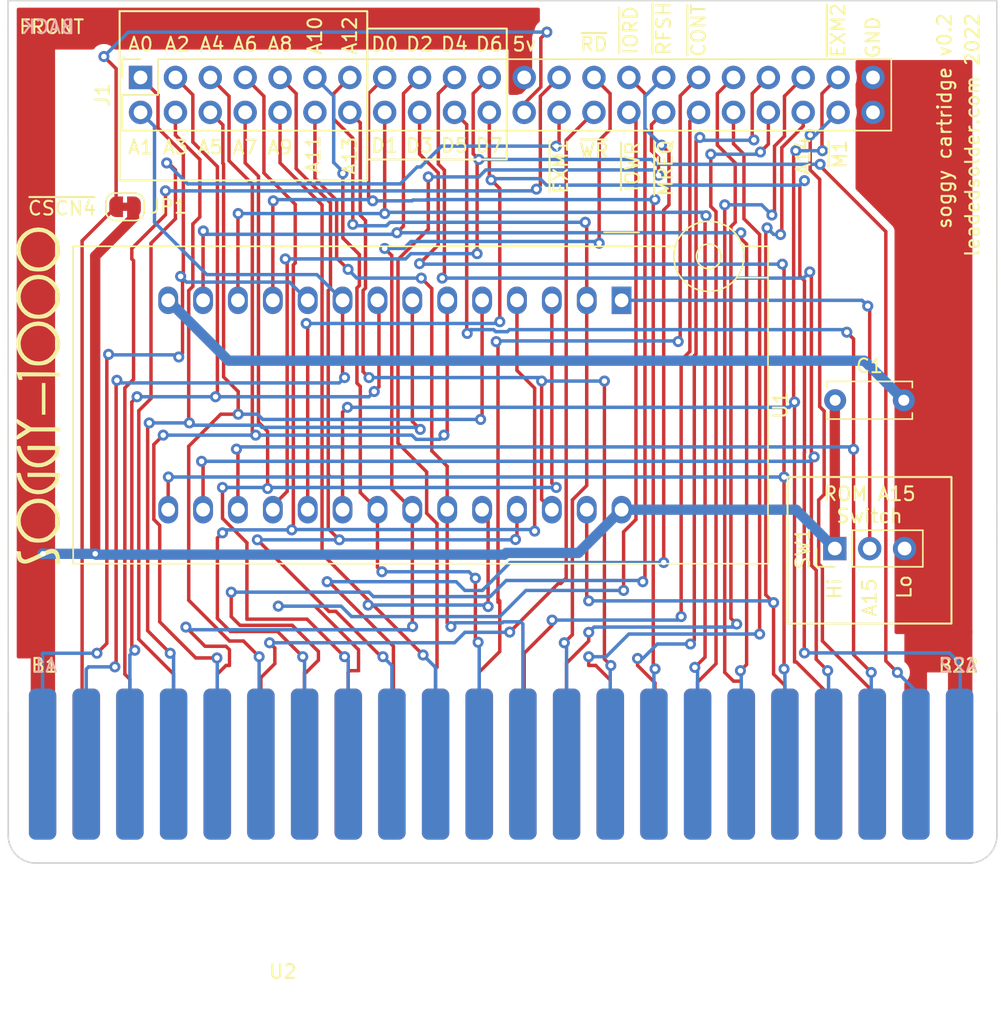
<source format=kicad_pcb>
(kicad_pcb (version 20211014) (generator pcbnew)
  (layers (0 "F.Cu" signal) (31 "B.Cu" signal) (34 "B.Paste" user) (35 "F.Paste" user) (36 "B.SilkS" user "B.Silkscreen") (37 "F.SilkS" user "F.Silkscreen") (38 "B.Mask" user) (39 "F.Mask" user) (44 "Edge.Cuts" user))
  (net 0 "")
  (net 1 "/5V")
  (net 2 "/GND")
  (net 3 "/~{CSCN4}")
  (net 4 "/A15")
  (net 5 "/D0")
  (net 6 "/D1")
  (net 7 "/D2")
  (net 8 "/D3")
  (net 9 "/D4")
  (net 10 "/D5")
  (net 11 "/D6")
  (net 12 "/D7")
  (net 13 "/~{RD}")
  (net 14 "/~{CSRAM}")
  (net 15 "/~{EXM1}")
  (net 16 "/~{WR}")
  (net 17 "/~{IORD}")
  (net 18 "/~{IOWR}")
  (net 19 "/~{RFSH}")
  (net 20 "/~{MREQ}")
  (net 21 "/~{CONT}")
  (net 22 "/~{RAS0}")
  (net 23 "/~{CAS0}")
  (net 24 "/CA7")
  (net 25 "/~{RAS1}")
  (net 26 "/~{CAS1}")
  (net 27 "/~{RCSEL}")
  (net 28 "/~{M1}")
  (net 29 "/A0")
  (net 30 "/A1")
  (net 31 "/A2")
  (net 32 "/A3")
  (net 33 "/A4")
  (net 34 "/A5")
  (net 35 "/A6")
  (net 36 "/A7")
  (net 37 "/A8")
  (net 38 "/A9")
  (net 39 "/A10")
  (net 40 "/A11")
  (net 41 "/A12")
  (net 42 "/A13")
  (net 43 "/A14")
  (net 44 "/~{EXM2}")
  (footprint "Connector_PinHeader_2.54mm:PinHeader_1x03_P2.54mm_Vertical" (layer "F.Cu") (at 177.434 112.395 90)
    (fp_text reference "SW1")
    (fp_text value "SW_SPDT")
  )
  (footprint "Socket:DIP_Socket-28_W11.9_W12.7_W15.24_W17.78_W18.5_3M_228-1277-00-0602J" (layer "F.Cu") (at 161.906 94.3265 -90)
    (fp_text reference "U1")
    (fp_text value "27C512")
  )
  (footprint "Jumper:SolderJumper-2_P1.3mm_Bridged_RoundedPad1.0x1.5mm" (layer "F.Cu") (at 125.745 87.518)
    (fp_text reference "JP1")
    (fp_text value "Jumper_2_Bridged")
  )
  (footprint "SoggyCartridge:CartridgeEdge" (layer "F.Cu") (at 120.138 122.586)
    (fp_text reference "U2")
    (fp_text value "SG-1000-Cart")
    (fp_line (start 69.1 10.7) (end 69.1 1.7) (layer "Edge.Cuts") (width 0.12))
    (fp_line (start -2.9 10.7) (end -2.9 1.7) (layer "Edge.Cuts") (width 0.12))
    (fp_line (start 67.1 12.7) (end 66.9 12.7) (layer "Edge.Cuts") (width 0.12))
    (fp_line (start -0.9 12.7) (end 66.9 12.7) (layer "Edge.Cuts") (width 0.12))
    (fp_arc (start 69.1 10.7) (mid 68.514214 12.114214) (end 67.1 12.7) (layer "Edge.Cuts") (width 0.12))
    (fp_arc (start -0.9 12.7) (mid -2.314214 12.114214) (end -2.9 10.7) (layer "Edge.Cuts") (width 0.12))
  )
  (footprint "Logos:Soggy" (layer "F.Cu") (at 119.38 101.346 90)
    (fp_text reference "G***" hide)
    (fp_text value "LOGO" hide)
  )
  (footprint "Capacitor_THT:C_Disc_D6.0mm_W2.5mm_P5.00mm" (layer "F.Cu") (at 177.459 101.6)
    (fp_text reference "C1")
    (fp_text value "0.1µF")
  )
  (footprint "Connector_PinSocket_2.54mm:PinSocket_2x22_P2.54mm_Vertical" (layer "F.Cu") (at 126.873 78.105 90)
    (fp_text reference "J1")
    (fp_text value "Proto Connector")
  )
  (gr_rect (start 143.383 74.549) (end 153.543 84.074) (layer "F.SilkS") (width 0.15) (fill none))
  (gr_rect (start 173.99 107.188) (end 185.928 117.856) (layer "F.SilkS") (width 0.15) (fill none))
  (gr_rect (start 143.383 73.279) (end 125.349 85.598) (layer "F.SilkS") (width 0.15) (fill none))
  (gr_line (start 189.238 122.686) (end 189.238 124.286) (layer "Edge.Cuts") (width 0.1))
  (gr_line (start 117.238 122.686) (end 117.238 124.286) (layer "Edge.Cuts") (width 0.1))
  (gr_line (start 117.238 122.686) (end 117.221 72.517) (layer "Edge.Cuts") (width 0.1))
  (gr_line (start 189.238 122.686) (end 189.23 72.517) (layer "Edge.Cuts") (width 0.1))
  (gr_line (start 117.221 72.517) (end 189.23 72.517) (layer "Edge.Cuts") (width 0.1))
  (gr_text "A22" (at 186.436 120.904) (layer "B.SilkS") (effects (font (size 1 1)) (justify mirror)))
  (gr_text "A1" (at 119.888 120.904) (layer "B.SilkS") (effects (font (size 1 1)) (justify mirror)))
  (gr_text "BACK" (at 120.142 74.422) (layer "B.SilkS") (effects (font (size 1 1)) (justify mirror)))
  (gr_text "~{RFSH}" (at 164.973 74.549 90) (layer "F.SilkS") (effects (font (size 1 1))))
  (gr_text "ROM A15\nSwitch" (at 179.959 109.22) (layer "F.SilkS") (effects (font (size 1 1))))
  (gr_text "A9" (at 137.033 83.185) (layer "F.SilkS") (effects (font (size 1 1))))
  (gr_text "D5" (at 149.733 83.058) (layer "F.SilkS") (effects (font (size 1 1))))
  (gr_text "~{CSCN4}" (at 121.158 87.63) (layer "F.SilkS") (effects (font (size 1 1))))
  (gr_text "~{RD}" (at 159.893 75.692) (layer "F.SilkS") (effects (font (size 1 1))))
  (gr_text "A15" (at 179.959 115.951 90) (layer "F.SilkS") (effects (font (size 1 1))))
  (gr_text "FRONT" (at 120.396 74.422) (layer "F.SilkS") (effects (font (size 1 1))))
  (gr_text "B22" (at 186.436 120.904) (layer "F.SilkS") (effects (font (size 1 1))))
  (gr_text "A1" (at 126.873 83.185) (layer "F.SilkS") (effects (font (size 1 1))))
  (gr_text "A0" (at 126.873 75.692) (layer "F.SilkS") (effects (font (size 1 1))))
  (gr_text "D4" (at 149.733 75.692) (layer "F.SilkS") (effects (font (size 1 1))))
  (gr_text "D6" (at 152.273 75.692) (layer "F.SilkS") (effects (font (size 1 1))))
  (gr_text "A13" (at 142.113 83.82 90) (layer "F.SilkS") (effects (font (size 1 1))))
  (gr_text "A7" (at 134.493 83.185) (layer "F.SilkS") (effects (font (size 1 1))))
  (gr_text "D3" (at 147.193 83.058) (layer "F.SilkS") (effects (font (size 1 1))))
  (gr_text "~{CONT}" (at 167.513 74.676 90) (layer "F.SilkS") (effects (font (size 1 1))))
  (gr_text "GND" (at 180.213 75.184 90) (layer "F.SilkS") (effects (font (size 1 1))))
  (gr_text "~{EXM2}" (at 177.673 74.676 90) (layer "F.SilkS") (effects (font (size 1 1))))
  (gr_text "A11" (at 139.446 83.693 90) (layer "F.SilkS") (effects (font (size 1 1))))
  (gr_text "A14" (at 175.133 83.82 90) (layer "F.SilkS") (effects (font (size 1 1))))
  (gr_text "5v" (at 154.813 75.692) (layer "F.SilkS") (effects (font (size 1 1))))
  (gr_text "A2" (at 129.54 75.692) (layer "F.SilkS") (effects (font (size 1 1))))
  (gr_text "A4" (at 132.08 75.692) (layer "F.SilkS") (effects (font (size 1 1))))
  (gr_text "A5" (at 131.953 83.185) (layer "F.SilkS") (effects (font (size 1 1))))
  (gr_text "soggy cartridge v0.2" (at 185.42 81.28 90) (layer "F.SilkS") (effects (font (size 1 1))))
  (gr_text "A10" (at 139.573 75.057 90) (layer "F.SilkS") (effects (font (size 1 1))))
  (gr_text "A6" (at 134.493 75.692) (layer "F.SilkS") (effects (font (size 1 1))))
  (gr_text "~{M1}" (at 177.8 83.693 90) (layer "F.SilkS") (effects (font (size 1 1))))
  (gr_text "~{IORD}" (at 162.56 74.676 90) (layer "F.SilkS") (effects (font (size 1 1))))
  (gr_text "D2" (at 147.193 75.692) (layer "F.SilkS") (effects (font (size 1 1))))
  (gr_text "A12" (at 142.113 75.057 90) (layer "F.SilkS") (effects (font (size 1 1))))
  (gr_text "Lo" (at 182.499 115.189 90) (layer "F.SilkS") (effects (font (size 1 1))))
  (gr_text "~{IOWR}" (at 162.687 84.582 90) (layer "F.SilkS") (effects (font (size 1 1))))
  (gr_text "A8" (at 137.033 75.692) (layer "F.SilkS") (effects (font (size 1 1))))
  (gr_text "A3" (at 129.413 83.185) (layer "F.SilkS") (effects (font (size 1 1))))
  (gr_text "D7" (at 152.273 83.058) (layer "F.SilkS") (effects (font (size 1 1))))
  (gr_text "~{MREQ}" (at 165.1 84.709 90) (layer "F.SilkS") (effects (font (size 1 1))))
  (gr_text "Hi" (at 177.419 115.316 90) (layer "F.SilkS") (effects (font (size 1 1))))
  (gr_text "B1" (at 119.888 120.904) (layer "F.SilkS") (effects (font (size 1 1))))
  (gr_text "~{EXM1}" (at 157.48 84.582 90) (layer "F.SilkS") (effects (font (size 1 1))))
  (gr_text "D1" (at 144.653 83.058) (layer "F.SilkS") (effects (font (size 1 1))))
  (gr_text "leadedsolder.com 2022" (at 187.452 82.296 90) (layer "F.SilkS") (effects (font (size 1 1))))
  (gr_text "D0" (at 144.653 75.692) (layer "F.SilkS") (effects (font (size 1 1))))
  (gr_text "~{WR}" (at 159.893 83.439) (layer "F.SilkS") (effects (font (size 1 1))))
  (segment (start 126.395 87.518) (end 126.395 88.280494) (width 0.75) (layer "F.Cu") (net 1))
  (segment (start 177.434 112.395) (end 177.434 101.625) (width 0.75) (layer "F.Cu") (net 1))
  (segment (start 123.571 91.104494) (end 123.571 112.776) (width 0.75) (layer "F.Cu") (net 1))
  (segment (start 126.395 88.280494) (end 123.571 91.104494) (width 0.75) (layer "F.Cu") (net 1))
  (segment (start 177.434 101.625) (end 177.459 101.6) (width 0.75) (layer "F.Cu") (net 1))
  (via (at 119.761 112.776) (size 0.8) (drill 0.4) (layers "F.Cu" "B.Cu") (net 1))
  (via (at 123.571 112.776) (size 0.8) (drill 0.4) (layers "F.Cu" "B.Cu") (net 1))
  (segment (start 153.380252 112.83849) (end 123.63349 112.83849) (width 0.75) (layer "B.Cu") (net 1))
  (segment (start 153.507252 112.71149) (end 153.380252 112.83849) (width 0.75) (layer "B.Cu") (net 1))
  (segment (start 158.761011 112.711489) (end 153.507252 112.71149) (width 0.75) (layer "B.Cu") (net 1))
  (segment (start 161.906 109.5665) (end 174.6055 109.5665) (width 0.75) (layer "B.Cu") (net 1))
  (segment (start 161.906 109.5665) (end 158.761011 112.711489) (width 0.75) (layer "B.Cu") (net 1))
  (segment (start 174.6055 109.5665) (end 177.434 112.395) (width 0.75) (layer "B.Cu") (net 1))
  (segment (start 123.571 112.776) (end 119.761 112.776) (width 0.75) (layer "B.Cu") (net 1))
  (segment (start 123.63349 112.83849) (end 123.571 112.776) (width 0.75) (layer "B.Cu") (net 1))
  (segment (start 182.514 114.92) (end 182.514 112.395) (width 0.75) (layer "F.Cu") (net 2))
  (segment (start 183.338 115.774) (end 182.499 114.935) (width 0.75) (layer "F.Cu") (net 2))
  (segment (start 183.338 128.086) (end 183.338 115.774) (width 0.75) (layer "F.Cu") (net 2))
  (segment (start 182.514 112.395) (end 182.514 101.655) (width 0.75) (layer "F.Cu") (net 2))
  (segment (start 182.514 101.655) (end 182.459 101.6) (width 0.75) (layer "F.Cu") (net 2))
  (segment (start 182.499 114.935) (end 182.514 114.92) (width 0.75) (layer "F.Cu") (net 2))
  (segment (start 133.279999 98.720499) (end 179.579499 98.720499) (width 0.75) (layer "B.Cu") (net 2))
  (segment (start 179.579499 98.720499) (end 182.459 101.6) (width 0.75) (layer "B.Cu") (net 2))
  (segment (start 128.886 94.3265) (end 133.279999 98.720499) (width 0.75) (layer "B.Cu") (net 2))
  (segment (start 154.813 80.009296) (end 154.813 80.645) (width 0.25) (layer "F.Cu") (net 3))
  (segment (start 125.095 77.47) (end 124.206 76.581) (width 0.25) (layer "F.Cu") (net 3))
  (segment (start 122.617489 127.785489) (end 122.918 128.086) (width 0.25) (layer "F.Cu") (net 3))
  (segment (start 122.617489 89.995511) (end 122.617489 127.785489) (width 0.25) (layer "F.Cu") (net 3))
  (segment (start 156.023807 75.243193) (end 156.023807 78.798489) (width 0.25) (layer "F.Cu") (net 3))
  (segment (start 125.095 87.518) (end 125.095 77.47) (width 0.25) (layer "F.Cu") (net 3))
  (segment (start 125.095 87.518) (end 122.617489 89.995511) (width 0.25) (layer "F.Cu") (net 3))
  (segment (start 156.464 74.803) (end 156.023807 75.243193) (width 0.25) (layer "F.Cu") (net 3))
  (segment (start 156.023807 78.798489) (end 154.813 80.009296) (width 0.25) (layer "F.Cu") (net 3))
  (via (at 124.206 76.581) (size 0.8) (drill 0.4) (layers "F.Cu" "B.Cu") (net 3))
  (via (at 156.464 74.803) (size 0.8) (drill 0.4) (layers "F.Cu" "B.Cu") (net 3))
  (segment (start 125.984 74.803) (end 156.464 74.803) (width 0.25) (layer "B.Cu") (net 3))
  (segment (start 124.206 76.581) (end 125.984 74.803) (width 0.25) (layer "B.Cu") (net 3))
  (segment (start 179.832 94.742) (end 179.974 94.884) (width 0.25) (layer "F.Cu") (net 4))
  (segment (start 179.974 94.884) (end 179.974 112.395) (width 0.25) (layer "F.Cu") (net 4))
  (via (at 179.832 94.742) (size 0.8) (drill 0.4) (layers "F.Cu" "B.Cu") (net 4))
  (segment (start 161.906 94.3265) (end 179.4165 94.3265) (width 0.25) (layer "B.Cu") (net 4))
  (segment (start 179.4165 94.3265) (end 179.832 94.742) (width 0.25) (layer "B.Cu") (net 4))
  (segment (start 136.506 94.3265) (end 136.506 87.118586) (width 0.25) (layer "F.Cu") (net 5))
  (segment (start 164.332011 86.995) (end 164.211 87.116011) (width 0.25) (layer "F.Cu") (net 5))
  (segment (start 136.506 87.118586) (end 136.540086 87.0845) (width 0.25) (layer "F.Cu") (net 5))
  (segment (start 144.653 78.105) (end 143.478489 79.279511) (width 0.25) (layer "F.Cu") (net 5))
  (segment (start 143.478489 86.782759) (end 143.78023 87.0845) (width 0.25) (layer "F.Cu") (net 5))
  (segment (start 143.478489 79.279511) (end 143.478489 86.782759) (width 0.25) (layer "F.Cu") (net 5))
  (segment (start 164.211 121.022402) (end 164.342299 121.153701) (width 0.25) (layer "F.Cu") (net 5))
  (segment (start 164.211 87.116011) (end 164.211 121.022402) (width 0.25) (layer "F.Cu") (net 5))
  (via (at 143.78023 87.0845) (size 0.8) (drill 0.4) (layers "F.Cu" "B.Cu") (net 5))
  (via (at 164.342299 121.153701) (size 0.8) (drill 0.4) (layers "F.Cu" "B.Cu") (net 5))
  (via (at 164.332011 86.995) (size 0.8) (drill 0.4) (layers "F.Cu" "B.Cu") (net 5))
  (via (at 136.540086 87.0845) (size 0.8) (drill 0.4) (layers "F.Cu" "B.Cu") (net 5))
  (segment (start 146.706708 87.026012) (end 147.679293 87.026011) (width 0.25) (layer "B.Cu") (net 5))
  (segment (start 147.679293 87.026011) (end 147.710304 86.995) (width 0.25) (layer "B.Cu") (net 5))
  (segment (start 143.69073 86.995) (end 143.78023 87.0845) (width 0.25) (layer "B.Cu") (net 5))
  (segment (start 143.78023 87.0845) (end 146.64822 87.0845) (width 0.25) (layer "B.Cu") (net 5))
  (segment (start 164.258 121.238) (end 164.342299 121.153701) (width 0.25) (layer "B.Cu") (net 5))
  (segment (start 147.710304 86.995) (end 164.332011 86.995) (width 0.25) (layer "B.Cu") (net 5))
  (segment (start 136.540086 87.0845) (end 136.629586 86.995) (width 0.25) (layer "B.Cu") (net 5))
  (segment (start 136.629586 86.995) (end 143.69073 86.995) (width 0.25) (layer "B.Cu") (net 5))
  (segment (start 146.64822 87.0845) (end 146.706708 87.026012) (width 0.25) (layer "B.Cu") (net 5))
  (segment (start 164.258 128.086) (end 164.258 121.238) (width 0.25) (layer "B.Cu") (net 5))
  (segment (start 133.985 88.011) (end 133.966 88.03) (width 0.25) (layer "F.Cu") (net 6))
  (segment (start 167.238742 121.04266) (end 167.983501 120.297901) (width 0.25) (layer "F.Cu") (net 6))
  (segment (start 133.966 88.03) (end 133.966 94.3265) (width 0.25) (layer "F.Cu") (net 6))
  (segment (start 144.653 88.011) (end 144.653 80.645) (width 0.25) (layer "F.Cu") (net 6))
  (segment (start 167.983501 88.238112) (end 168.052011 88.169602) (width 0.25) (layer "F.Cu") (net 6))
  (segment (start 167.983501 120.297901) (end 167.983501 88.238112) (width 0.25) (layer "F.Cu") (net 6))
  (via (at 133.985 88.011) (size 0.8) (drill 0.4) (layers "F.Cu" "B.Cu") (net 6))
  (via (at 168.052011 88.169602) (size 0.8) (drill 0.4) (layers "F.Cu" "B.Cu") (net 6))
  (via (at 167.238742 121.04266) (size 0.8) (drill 0.4) (layers "F.Cu" "B.Cu") (net 6))
  (via (at 144.653 88.011) (size 0.8) (drill 0.4) (layers "F.Cu" "B.Cu") (net 6))
  (segment (start 167.803908 87.921499) (end 168.052011 88.169602) (width 0.25) (layer "B.Cu") (net 6))
  (segment (start 167.438 121.241918) (end 167.238742 121.04266) (width 0.25) (layer "B.Cu") (net 6))
  (segment (start 144.653 88.011) (end 133.985 88.011) (width 0.25) (layer "B.Cu") (net 6))
  (segment (start 144.742501 87.921499) (end 167.803908 87.921499) (width 0.25) (layer "B.Cu") (net 6))
  (segment (start 144.653 88.011) (end 144.742501 87.921499) (width 0.25) (layer "B.Cu") (net 6))
  (segment (start 167.438 128.086) (end 167.438 121.241918) (width 0.25) (layer "B.Cu") (net 6))
  (segment (start 146.018489 88.931511) (end 146.018489 79.279511) (width 0.25) (layer "F.Cu") (net 7))
  (segment (start 131.445 89.281) (end 131.426 89.3) (width 0.25) (layer "F.Cu") (net 7))
  (segment (start 171.011498 90.240202) (end 170.59201 89.820714) (width 0.25) (layer "F.Cu") (net 7))
  (segment (start 131.426 89.3) (end 131.426 94.3265) (width 0.25) (layer "F.Cu") (net 7))
  (segment (start 170.561 121.285) (end 171.011498 120.834502) (width 0.25) (layer "F.Cu") (net 7))
  (segment (start 145.542 89.408) (end 146.018489 88.931511) (width 0.25) (layer "F.Cu") (net 7))
  (segment (start 146.018489 79.279511) (end 147.193 78.105) (width 0.25) (layer "F.Cu") (net 7))
  (segment (start 171.011498 120.834502) (end 171.011498 90.240202) (width 0.25) (layer "F.Cu") (net 7))
  (segment (start 170.59201 89.820714) (end 170.59201 89.411448) (width 0.25) (layer "F.Cu") (net 7))
  (via (at 131.445 89.281) (size 0.8) (drill 0.4) (layers "F.Cu" "B.Cu") (net 7))
  (via (at 170.561 121.285) (size 0.8) (drill 0.4) (layers "F.Cu" "B.Cu") (net 7))
  (via (at 145.542 89.408) (size 0.8) (drill 0.4) (layers "F.Cu" "B.Cu") (net 7))
  (via (at 170.59201 89.411448) (size 0.8) (drill 0.4) (layers "F.Cu" "B.Cu") (net 7))
  (segment (start 145.542 89.408) (end 170.588562 89.408) (width 0.25) (layer "B.Cu") (net 7))
  (segment (start 145.429295 89.520705) (end 131.684705 89.520705) (width 0.25) (layer "B.Cu") (net 7))
  (segment (start 145.542 89.408) (end 145.429295 89.520705) (width 0.25) (layer "B.Cu") (net 7))
  (segment (start 170.618 121.342) (end 170.561 121.285) (width 0.25) (layer "B.Cu") (net 7))
  (segment (start 170.618 128.086) (end 170.618 121.342) (width 0.25) (layer "B.Cu") (net 7))
  (segment (start 131.684705 89.520705) (end 131.445 89.281) (width 0.25) (layer "B.Cu") (net 7))
  (segment (start 170.588562 89.408) (end 170.59201 89.411448) (width 0.25) (layer "B.Cu") (net 7))
  (segment (start 147.193 83.6844) (end 148.552501 85.043901) (width 0.25) (layer "F.Cu") (net 8))
  (segment (start 148.552501 90.296999) (end 147.193 91.6565) (width 0.25) (layer "F.Cu") (net 8))
  (segment (start 128.886 107.207) (end 128.905 107.188) (width 0.25) (layer "F.Cu") (net 8))
  (segment (start 173.736 121.158) (end 173.736 91.821) (width 0.25) (layer "F.Cu") (net 8))
  (segment (start 148.552501 85.043901) (end 148.552501 90.296999) (width 0.25) (layer "F.Cu") (net 8))
  (segment (start 147.193 80.645) (end 147.193 83.6844) (width 0.25) (layer "F.Cu") (net 8))
  (segment (start 128.886 109.5665) (end 128.886 107.207) (width 0.25) (layer "F.Cu") (net 8))
  (segment (start 173.736 91.821) (end 173.609 91.694) (width 0.25) (layer "F.Cu") (net 8))
  (via (at 147.193 91.6565) (size 0.8) (drill 0.4) (layers "F.Cu" "B.Cu") (net 8))
  (via (at 173.736 121.158) (size 0.8) (drill 0.4) (layers "F.Cu" "B.Cu") (net 8))
  (via (at 128.905 107.188) (size 0.8) (drill 0.4) (layers "F.Cu" "B.Cu") (net 8))
  (via (at 173.736 107.188) (size 0.8) (drill 0.4) (layers "F.Cu" "B.Cu") (net 8))
  (via (at 173.609 91.694) (size 0.8) (drill 0.4) (layers "F.Cu" "B.Cu") (net 8))
  (segment (start 128.905 107.188) (end 173.736 107.188) (width 0.25) (layer "B.Cu") (net 8))
  (segment (start 173.798 121.22) (end 173.736 121.158) (width 0.25) (layer "B.Cu") (net 8))
  (segment (start 147.2305 91.694) (end 147.193 91.6565) (width 0.25) (layer "B.Cu") (net 8))
  (segment (start 173.798 128.086) (end 173.798 121.22) (width 0.25) (layer "B.Cu") (net 8))
  (segment (start 173.609 91.694) (end 147.2305 91.694) (width 0.25) (layer "B.Cu") (net 8))
  (segment (start 176.911 121.285) (end 176.080489 120.454489) (width 0.25) (layer "F.Cu") (net 9))
  (segment (start 176.080489 113.978193) (end 175.726247 113.623951) (width 0.25) (layer "F.Cu") (net 9))
  (segment (start 148.558489 79.279511) (end 149.733 78.105) (width 0.25) (layer "F.Cu") (net 9))
  (segment (start 175.726247 92.374142) (end 175.609989 92.257884) (width 0.25) (layer "F.Cu") (net 9))
  (segment (start 175.726247 113.623951) (end 175.726247 92.374142) (width 0.25) (layer "F.Cu") (net 9))
  (segment (start 131.426 109.5665) (end 131.426 106.153) (width 0.25) (layer "F.Cu") (net 9))
  (segment (start 176.080489 120.454489) (end 176.080489 113.978193) (width 0.25) (layer "F.Cu") (net 9))
  (segment (start 148.844 92.71) (end 149.002011 92.551989) (width 0.25) (layer "F.Cu") (net 9))
  (segment (start 149.002011 84.857707) (end 148.558489 84.414185) (width 0.25) (layer "F.Cu") (net 9))
  (segment (start 131.426 106.153) (end 131.318 106.045) (width 0.25) (layer "F.Cu") (net 9))
  (segment (start 149.002011 92.551989) (end 149.002011 84.857707) (width 0.25) (layer "F.Cu") (net 9))
  (segment (start 148.558489 84.414185) (end 148.558489 79.279511) (width 0.25) (layer "F.Cu") (net 9))
  (via (at 175.9325 105.72146) (size 0.8) (drill 0.4) (layers "F.Cu" "B.Cu") (net 9))
  (via (at 148.844 92.71) (size 0.8) (drill 0.4) (layers "F.Cu" "B.Cu") (net 9))
  (via (at 131.318 106.045) (size 0.8) (drill 0.4) (layers "F.Cu" "B.Cu") (net 9))
  (via (at 175.609989 92.257884) (size 0.8) (drill 0.4) (layers "F.Cu" "B.Cu") (net 9))
  (via (at 176.911 121.285) (size 0.8) (drill 0.4) (layers "F.Cu" "B.Cu") (net 9))
  (segment (start 175.157873 92.71) (end 175.609989 92.257884) (width 0.25) (layer "B.Cu") (net 9))
  (segment (start 176.978 121.352) (end 176.911 121.285) (width 0.25) (layer "B.Cu") (net 9))
  (segment (start 176.978 128.086) (end 176.978 121.352) (width 0.25) (layer "B.Cu") (net 9))
  (segment (start 175.60896 106.045) (end 175.9325 105.72146) (width 0.25) (layer "B.Cu") (net 9))
  (segment (start 148.844 92.71) (end 175.157873 92.71) (width 0.25) (layer "B.Cu") (net 9))
  (segment (start 131.318 106.045) (end 175.60896 106.045) (width 0.25) (layer "B.Cu") (net 9))
  (segment (start 178.799489 120.125489) (end 178.799489 97.138489) (width 0.25) (layer "F.Cu") (net 10))
  (segment (start 150.626299 96.699975) (end 150.662824 96.7365) (width 0.25) (layer "F.Cu") (net 10))
  (segment (start 150.626299 81.538299) (end 150.626299 96.699975) (width 0.25) (layer "F.Cu") (net 10))
  (segment (start 178.799489 97.138489) (end 178.308 96.647) (width 0.25) (layer "F.Cu") (net 10))
  (segment (start 133.966 105.264) (end 133.858 105.156) (width 0.25) (layer "F.Cu") (net 10))
  (segment (start 180.086 121.412) (end 178.799489 120.125489) (width 0.25) (layer "F.Cu") (net 10))
  (segment (start 133.966 109.5665) (end 133.966 105.264) (width 0.25) (layer "F.Cu") (net 10))
  (segment (start 149.733 80.645) (end 150.626299 81.538299) (width 0.25) (layer "F.Cu") (net 10))
  (via (at 150.662824 96.7365) (size 0.8) (drill 0.4) (layers "F.Cu" "B.Cu") (net 10))
  (via (at 180.086 121.412) (size 0.8) (drill 0.4) (layers "F.Cu" "B.Cu") (net 10))
  (via (at 178.799489 105.172511) (size 0.8) (drill 0.4) (layers "F.Cu" "B.Cu") (net 10))
  (via (at 178.308 96.647) (size 0.8) (drill 0.4) (layers "F.Cu" "B.Cu") (net 10))
  (via (at 133.858 105.156) (size 0.8) (drill 0.4) (layers "F.Cu" "B.Cu") (net 10))
  (segment (start 178.308 96.647) (end 178.122511 96.461511) (width 0.25) (layer "B.Cu") (net 10))
  (segment (start 178.122511 96.461511) (end 153.737089 96.461511) (width 0.25) (layer "B.Cu") (net 10))
  (segment (start 180.086 128.014) (end 180.086 121.412) (width 0.25) (layer "B.Cu") (net 10))
  (segment (start 153.589099 96.609501) (end 152.734901 96.609501) (width 0.25) (layer "B.Cu") (net 10))
  (segment (start 133.858 105.156) (end 134.017041 104.996959) (width 0.25) (layer "B.Cu") (net 10))
  (segment (start 152.586911 96.461511) (end 150.937813 96.461511) (width 0.25) (layer "B.Cu") (net 10))
  (segment (start 150.937813 96.461511) (end 150.662824 96.7365) (width 0.25) (layer "B.Cu") (net 10))
  (segment (start 180.158 128.086) (end 180.086 128.014) (width 0.25) (layer "B.Cu") (net 10))
  (segment (start 178.623937 104.996959) (end 178.799489 105.172511) (width 0.25) (layer "B.Cu") (net 10))
  (segment (start 153.737089 96.461511) (end 153.589099 96.609501) (width 0.25) (layer "B.Cu") (net 10))
  (segment (start 152.734901 96.609501) (end 152.586911 96.461511) (width 0.25) (layer "B.Cu") (net 10))
  (segment (start 134.017041 104.996959) (end 178.623937 104.996959) (width 0.25) (layer "B.Cu") (net 10))
  (segment (start 136.506 109.5665) (end 136.506 109.2865) (width 0.25) (layer "F.Cu") (net 11))
  (segment (start 151.384 84.201) (end 151.511 84.074) (width 0.25) (layer "F.Cu") (net 11))
  (segment (start 176.365683 84.545387) (end 176.365683 84.424904) (width 0.25) (layer "F.Cu") (net 11))
  (segment (start 136.506 109.2865) (end 137.55052 108.24198) (width 0.25) (layer "F.Cu") (net 11))
  (segment (start 151.098489 79.279511) (end 152.273 78.105) (width 0.25) (layer "F.Cu") (net 11))
  (segment (start 181.148511 120.569511) (end 181.148511 89.328215) (width 0.25) (layer "F.Cu") (net 11))
  (segment (start 151.384 90.932) (end 151.384 84.201) (width 0.25) (layer "F.Cu") (net 11))
  (segment (start 151.098489 83.661489) (end 151.098489 79.279511) (width 0.25) (layer "F.Cu") (net 11))
  (segment (start 151.511 84.074) (end 151.098489 83.661489) (width 0.25) (layer "F.Cu") (net 11))
  (segment (start 137.55052 108.24198) (end 137.55052 91.44952) (width 0.25) (layer "F.Cu") (net 11))
  (segment (start 181.991 121.412) (end 181.148511 120.569511) (width 0.25) (layer "F.Cu") (net 11))
  (segment (start 137.55052 91.44952) (end 137.414 91.313) (width 0.25) (layer "F.Cu") (net 11))
  (segment (start 181.148511 89.328215) (end 176.365683 84.545387) (width 0.25) (layer "F.Cu") (net 11))
  (via (at 137.414 91.313) (size 0.8) (drill 0.4) (layers "F.Cu" "B.Cu") (net 11))
  (via (at 176.365683 84.424904) (size 0.8) (drill 0.4) (layers "F.Cu" "B.Cu") (net 11))
  (via (at 181.991 121.412) (size 0.8) (drill 0.4) (layers "F.Cu" "B.Cu") (net 11))
  (via (at 151.384 90.932) (size 0.8) (drill 0.4) (layers "F.Cu" "B.Cu") (net 11))
  (via (at 151.511 84.074) (size 0.8) (drill 0.4) (layers "F.Cu" "B.Cu") (net 11))
  (segment (start 164.435608 84.424904) (end 176.365683 84.424904) (width 0.25) (layer "B.Cu") (net 11))
  (segment (start 183.338 122.759) (end 181.991 121.412) (width 0.25) (layer "B.Cu") (net 11))
  (segment (start 137.414 91.313) (end 146.177 91.313) (width 0.25) (layer "B.Cu") (net 11))
  (segment (start 151.511 84.074) (end 164.084704 84.074) (width 0.25) (layer "B.Cu") (net 11))
  (segment (start 164.084704 84.074) (end 164.435608 84.424904) (width 0.25) (layer "B.Cu") (net 11))
  (segment (start 146.558 90.932) (end 151.384 90.932) (width 0.25) (layer "B.Cu") (net 11))
  (segment (start 183.338 128.086) (end 183.338 122.759) (width 0.25) (layer "B.Cu") (net 11))
  (segment (start 146.177 91.313) (end 146.558 90.932) (width 0.25) (layer "B.Cu") (net 11))
  (segment (start 152.273 85.429201) (end 152.404299 85.5605) (width 0.25) (layer "F.Cu") (net 12))
  (segment (start 175.207999 105.421361) (end 175.2225 105.40686) (width 0.25) (layer "F.Cu") (net 12))
  (segment (start 153.035 95.885) (end 153.035 86.191201) (width 0.25) (layer "F.Cu") (net 12))
  (segment (start 139.046 96.12) (end 138.938 96.012) (width 0.25) (layer "F.Cu") (net 12))
  (segment (start 175.207999 119.977295) (end 175.207999 105.421361) (width 0.25) (layer "F.Cu") (net 12))
  (segment (start 153.035 86.191201) (end 152.404299 85.5605) (width 0.25) (layer "F.Cu") (net 12))
  (segment (start 174.885488 92.557983) (end 174.885488 85.955015) (width 0.25) (layer "F.Cu") (net 12))
  (segment (start 152.273 80.645) (end 152.273 85.429201) (width 0.25) (layer "F.Cu") (net 12))
  (segment (start 175.2225 119.991796) (end 175.207999 119.977295) (width 0.25) (layer "F.Cu") (net 12))
  (segment (start 174.885488 85.955015) (end 175.2225 85.618003) (width 0.25) (layer "F.Cu") (net 12))
  (segment (start 175.2225 105.40686) (end 175.2225 92.894995) (width 0.25) (layer "F.Cu") (net 12))
  (segment (start 175.2225 92.894995) (end 174.885488 92.557983) (width 0.25) (layer "F.Cu") (net 12))
  (segment (start 139.046 109.5665) (end 139.046 96.12) (width 0.25) (layer "F.Cu") (net 12))
  (via (at 175.2225 85.618003) (size 0.8) (drill 0.4) (layers "F.Cu" "B.Cu") (net 12))
  (via (at 175.2225 119.991796) (size 0.8) (drill 0.4) (layers "F.Cu" "B.Cu") (net 12))
  (via (at 138.938 96.012) (size 0.8) (drill 0.4) (layers "F.Cu" "B.Cu") (net 12))
  (via (at 153.035 95.885) (size 0.8) (drill 0.4) (layers "F.Cu" "B.Cu") (net 12))
  (via (at 152.404299 85.5605) (size 0.8) (drill 0.4) (layers "F.Cu" "B.Cu") (net 12))
  (segment (start 186.563 120.777) (end 185.777796 119.991796) (width 0.25) (layer "B.Cu") (net 12))
  (segment (start 174.899002 85.941501) (end 156.435101 85.941501) (width 0.25) (layer "B.Cu") (net 12))
  (segment (start 138.938 96.012) (end 152.908 96.012) (width 0.25) (layer "B.Cu") (net 12))
  (segment (start 155.9646 85.471) (end 152.493799 85.471) (width 0.25) (layer "B.Cu") (net 12))
  (segment (start 156.435101 85.941501) (end 155.9646 85.471) (width 0.25) (layer "B.Cu") (net 12))
  (segment (start 152.493799 85.471) (end 152.404299 85.5605) (width 0.25) (layer "B.Cu") (net 12))
  (segment (start 185.777796 119.991796) (end 175.2225 119.991796) (width 0.25) (layer "B.Cu") (net 12))
  (segment (start 152.908 96.012) (end 153.035 95.885) (width 0.25) (layer "B.Cu") (net 12))
  (segment (start 186.563 128.041) (end 186.563 120.777) (width 0.25) (layer "B.Cu") (net 12))
  (segment (start 186.518 128.086) (end 186.563 128.041) (width 0.25) (layer "B.Cu") (net 12))
  (segment (start 175.2225 85.618003) (end 174.899002 85.941501) (width 0.25) (layer "B.Cu") (net 12))
  (segment (start 160.274 82.68701) (end 161.067511 81.893499) (width 0.25) (layer "F.Cu") (net 13))
  (segment (start 160.274 90.17) (end 160.274 82.68701) (width 0.25) (layer "F.Cu") (net 13))
  (segment (start 131.572 119.507) (end 130.175 118.11) (width 0.25) (layer "F.Cu") (net 13))
  (segment (start 146.666 109.5665) (end 146.666 118.0535) (width 0.25) (layer "F.Cu") (net 13))
  (segment (start 133.096 120.904) (end 133.35 120.904) (width 0.25) (layer "F.Cu") (net 13))
  (segment (start 146.666 118.0535) (end 146.685 118.0725) (width 0.25) (layer "F.Cu") (net 13))
  (segment (start 161.067511 79.279511) (end 159.893 78.105) (width 0.25) (layer "F.Cu") (net 13))
  (segment (start 145.17052 91.06852) (end 144.653 90.551) (width 0.25) (layer "F.Cu") (net 13))
  (segment (start 146.666 109.5665) (end 145.17052 108.07102) (width 0.25) (layer "F.Cu") (net 13))
  (segment (start 132.458 121.542) (end 133.096 120.904) (width 0.25) (layer "F.Cu") (net 13))
  (segment (start 161.067511 81.893499) (end 161.067511 79.279511) (width 0.25) (layer "F.Cu") (net 13))
  (segment (start 145.17052 108.07102) (end 145.17052 91.06852) (width 0.25) (layer "F.Cu") (net 13))
  (segment (start 131.572 119.507) (end 133.096 119.507) (width 0.25) (layer "F.Cu") (net 13))
  (segment (start 133.35 119.761) (end 133.096 119.507) (width 0.25) (layer "F.Cu") (net 13))
  (segment (start 133.35 120.904) (end 133.35 119.761) (width 0.25) (layer "F.Cu") (net 13))
  (segment (start 132.458 128.086) (end 132.458 121.542) (width 0.25) (layer "F.Cu") (net 13))
  (via (at 144.653 90.551) (size 0.8) (drill 0.4) (layers "F.Cu" "B.Cu") (net 13))
  (via (at 146.685 118.0725) (size 0.8) (drill 0.4) (layers "F.Cu" "B.Cu") (net 13))
  (via (at 160.274 90.17) (size 0.8) (drill 0.4) (layers "F.Cu" "B.Cu") (net 13))
  (via (at 130.175 118.11) (size 0.8) (drill 0.4) (layers "F.Cu" "B.Cu") (net 13))
  (segment (start 146.451989 118.305511) (end 146.685 118.0725) (width 0.25) (layer "B.Cu") (net 13))
  (segment (start 160.147 90.043) (end 160.274 90.17) (width 0.25) (layer "B.Cu") (net 13))
  (segment (start 146.05 90.551) (end 146.558 90.043) (width 0.25) (layer "B.Cu") (net 13))
  (segment (start 146.558 90.043) (end 160.147 90.043) (width 0.25) (layer "B.Cu") (net 13))
  (segment (start 144.653 90.551) (end 146.05 90.551) (width 0.25) (layer "B.Cu") (net 13))
  (segment (start 130.370511 118.305511) (end 146.451989 118.305511) (width 0.25) (layer "B.Cu") (net 13))
  (segment (start 130.175 118.11) (end 130.370511 118.305511) (width 0.25) (layer "B.Cu") (net 13))
  (segment (start 155.702 86.233) (end 155.987511 85.947489) (width 0.25) (layer "F.Cu") (net 14))
  (segment (start 126.365 100.076) (end 126.365 91.44) (width 0.25) (layer "F.Cu") (net 14))
  (segment (start 155.987511 85.947489) (end 155.987511 79.470489) (width 0.25) (layer "F.Cu") (net 14))
  (segment (start 125.73 121.539) (end 125.73 100.711) (width 0.25) (layer "F.Cu") (net 14))
  (segment (start 126.098 128.086) (end 126.098 121.907) (width 0.25) (layer "F.Cu") (net 14))
  (segment (start 128.6885 88.1005) (end 128.6885 86.36) (width 0.25) (layer "F.Cu") (net 14))
  (segment (start 155.987511 79.470489) (end 157.353 78.105) (width 0.25) (layer "F.Cu") (net 14))
  (segment (start 126.238 90.551) (end 128.6885 88.1005) (width 0.25) (layer "F.Cu") (net 14))
  (segment (start 126.238 91.313) (end 126.238 90.551) (width 0.25) (layer "F.Cu") (net 14))
  (segment (start 125.73 100.711) (end 126.365 100.076) (width 0.25) (layer "F.Cu") (net 14))
  (segment (start 126.098 121.907) (end 125.73 121.539) (width 0.25) (layer "F.Cu") (net 14))
  (segment (start 126.365 91.44) (end 126.238 91.313) (width 0.25) (layer "F.Cu") (net 14))
  (via (at 128.6885 86.36) (size 0.8) (drill 0.4) (layers "F.Cu" "B.Cu") (net 14))
  (via (at 155.702 86.233) (size 0.8) (drill 0.4) (layers "F.Cu" "B.Cu") (net 14))
  (segment (start 155.702 86.233) (end 155.575 86.36) (width 0.25) (layer "B.Cu") (net 14))
  (segment (start 155.575 86.36) (end 128.6885 86.36) (width 0.25) (layer "B.Cu") (net 14))
  (segment (start 129.413 88.392) (end 129.413 84.836) (width 0.25) (layer "F.Cu") (net 15))
  (segment (start 126.746 118.999) (end 126.746 102.362) (width 0.25) (layer "F.Cu") (net 15))
  (segment (start 127.635 90.17) (end 129.413 88.392) (width 0.25) (layer "F.Cu") (net 15))
  (segment (start 157.353 80.645) (end 157.353 82.896901) (width 0.25) (layer "F.Cu") (net 15))
  (segment (start 129.278 128.086) (end 129.278 121.531) (width 0.25) (layer "F.Cu") (net 15))
  (segment (start 129.278 121.531) (end 126.746 118.999) (width 0.25) (layer "F.Cu") (net 15))
  (segment (start 128.905 84.328) (end 128.778 84.328) (width 0.25) (layer "F.Cu") (net 15))
  (segment (start 127.635 101.473) (end 127.635 90.17) (width 0.25) (layer "F.Cu") (net 15))
  (segment (start 157.353 82.896901) (end 157.14602 83.103881) (width 0.25) (layer "F.Cu") (net 15))
  (segment (start 126.746 102.362) (end 127.635 101.473) (width 0.25) (layer "F.Cu") (net 15))
  (segment (start 129.413 84.836) (end 128.905 84.328) (width 0.25) (layer "F.Cu") (net 15))
  (via (at 128.778 84.328) (size 0.8) (drill 0.4) (layers "F.Cu" "B.Cu") (net 15))
  (via (at 157.14602 83.103881) (size 0.8) (drill 0.4) (layers "F.Cu" "B.Cu") (net 15))
  (segment (start 147.273901 84.619499) (end 148.789519 83.103881) (width 0.25) (layer "B.Cu") (net 15))
  (segment (start 130.302 85.852) (end 145.7874 85.852) (width 0.25) (layer "B.Cu") (net 15))
  (segment (start 145.7874 85.852) (end 147.019901 84.619499) (width 0.25) (layer "B.Cu") (net 15))
  (segment (start 147.019901 84.619499) (end 147.273901 84.619499) (width 0.25) (layer "B.Cu") (net 15))
  (segment (start 128.778 84.328) (end 130.302 85.852) (width 0.25) (layer "B.Cu") (net 15))
  (segment (start 148.789519 83.103881) (end 157.14602 83.103881) (width 0.25) (layer "B.Cu") (net 15))
  (segment (start 157.87052 82.66748) (end 157.87052 114.54448) (width 0.25) (layer "F.Cu") (net 16))
  (segment (start 157.300414 114.935) (end 153.7595 118.475914) (width 0.25) (layer "F.Cu") (net 16))
  (segment (start 136.652 119.634) (end 136.271 119.253) (width 0.25) (layer "F.Cu") (net 16))
  (segment (start 135.638 121.791) (end 136.652 120.777) (width 0.25) (layer "F.Cu") (net 16))
  (segment (start 159.893 80.645) (end 157.87052 82.66748) (width 0.25) (layer "F.Cu") (net 16))
  (segment (start 157.87052 114.54448) (end 157.48 114.935) (width 0.25) (layer "F.Cu") (net 16))
  (segment (start 136.652 120.777) (end 136.652 119.634) (width 0.25) (layer "F.Cu") (net 16))
  (segment (start 135.638 128.086) (end 135.638 121.791) (width 0.25) (layer "F.Cu") (net 16))
  (segment (start 157.48 114.935) (end 157.300414 114.935) (width 0.25) (layer "F.Cu") (net 16))
  (via (at 153.7595 118.475914) (size 0.8) (drill 0.4) (layers "F.Cu" "B.Cu") (net 16))
  (via (at 136.271 119.253) (size 0.8) (drill 0.4) (layers "F.Cu" "B.Cu") (net 16))
  (segment (start 150.494999 118.491) (end 153.744414 118.491) (width 0.25) (layer "B.Cu") (net 16))
  (segment (start 136.271 119.253) (end 149.732999 119.253) (width 0.25) (layer "B.Cu") (net 16))
  (segment (start 153.744414 118.491) (end 153.7595 118.475914) (width 0.25) (layer "B.Cu") (net 16))
  (segment (start 149.732999 119.253) (end 150.494999 118.491) (width 0.25) (layer "B.Cu") (net 16))
  (segment (start 162.433 78.105) (end 163.607511 79.279511) (width 0.25) (layer "F.Cu") (net 17))
  (segment (start 137.922 117.983) (end 139.827 119.888) (width 0.25) (layer "F.Cu") (net 17))
  (segment (start 138.811 121.412) (end 138.811 128.079) (width 0.25) (layer "F.Cu") (net 17))
  (segment (start 163.607511 114.649489) (end 163.449 114.808) (width 0.25) (layer "F.Cu") (net 17))
  (segment (start 138.811 128.079) (end 138.818 128.086) (width 0.25) (layer "F.Cu") (net 17))
  (segment (start 139.827 120.523) (end 138.938 121.412) (width 0.25) (layer "F.Cu") (net 17))
  (segment (start 163.607511 79.279511) (end 163.607511 114.649489) (width 0.25) (layer "F.Cu") (net 17))
  (segment (start 139.827 119.888) (end 139.827 120.523) (width 0.25) (layer "F.Cu") (net 17))
  (segment (start 133.477 117.348) (end 134.112 117.983) (width 0.25) (layer "F.Cu") (net 17))
  (segment (start 134.112 117.983) (end 137.922 117.983) (width 0.25) (layer "F.Cu") (net 17))
  (segment (start 138.938 121.412) (end 138.811 121.412) (width 0.25) (layer "F.Cu") (net 17))
  (segment (start 133.477 115.57) (end 133.477 117.348) (width 0.25) (layer "F.Cu") (net 17))
  (via (at 133.477 115.57) (size 0.8) (drill 0.4) (layers "F.Cu" "B.Cu") (net 17))
  (via (at 163.449 114.808) (size 0.8) (drill 0.4) (layers "F.Cu" "B.Cu") (net 17))
  (segment (start 143.509296 115.57) (end 133.477 115.57) (width 0.25) (layer "B.Cu") (net 17))
  (segment (start 153.506205 114.718499) (end 152.332193 115.892511) (width 0.25) (layer "B.Cu") (net 17))
  (segment (start 143.831806 115.89251) (end 143.509296 115.57) (width 0.25) (layer "B.Cu") (net 17))
  (segment (start 163.359499 114.718499) (end 153.506205 114.718499) (width 0.25) (layer "B.Cu") (net 17))
  (segment (start 163.449 114.808) (end 163.359499 114.718499) (width 0.25) (layer "B.Cu") (net 17))
  (segment (start 152.332193 115.892511) (end 143.831806 115.89251) (width 0.25) (layer "B.Cu") (net 17))
  (segment (start 162.052 111.177674) (end 162.95052 110.279154) (width 0.25) (layer "F.Cu") (net 18))
  (segment (start 141.998 128.086) (end 141.986 128.074) (width 0.25) (layer "F.Cu") (net 18))
  (segment (start 141.986 121.412) (end 142.113 121.285) (width 0.25) (layer "F.Cu") (net 18))
  (segment (start 162.95052 81.16252) (end 162.433 80.645) (width 0.25) (layer "F.Cu") (net 18))
  (segment (start 162.95052 110.279154) (end 162.95052 81.16252) (width 0.25) (layer "F.Cu") (net 18))
  (segment (start 142.748 121.285) (end 142.748 119.761) (width 0.25) (layer "F.Cu") (net 18))
  (segment (start 142.113 121.285) (end 142.748 121.285) (width 0.25) (layer "F.Cu") (net 18))
  (segment (start 162.052 115.443) (end 162.052 111.177674) (width 0.25) (layer "F.Cu") (net 18))
  (segment (start 139.573 116.586) (end 142.748 119.761) (width 0.25) (layer "F.Cu") (net 18))
  (segment (start 141.986 128.074) (end 141.986 121.412) (width 0.25) (layer "F.Cu") (net 18))
  (segment (start 139.573 116.586) (end 136.906 116.586) (width 0.25) (layer "F.Cu") (net 18))
  (via (at 162.052 115.443) (size 0.8) (drill 0.4) (layers "F.Cu" "B.Cu") (net 18))
  (via (at 136.906 116.586) (size 0.8) (drill 0.4) (layers "F.Cu" "B.Cu") (net 18))
  (segment (start 142.24 117.348) (end 153.035 117.348) (width 0.25) (layer "B.Cu") (net 18))
  (segment (start 153.035 117.348) (end 154.94 115.443) (width 0.25) (layer "B.Cu") (net 18))
  (segment (start 141.478 116.586) (end 142.24 117.348) (width 0.25) (layer "B.Cu") (net 18))
  (segment (start 154.94 115.443) (end 162.052 115.443) (width 0.25) (layer "B.Cu") (net 18))
  (segment (start 136.906 116.586) (end 141.478 116.586) (width 0.25) (layer "B.Cu") (net 18))
  (segment (start 165.354 87.376) (end 165.354 83.57823) (width 0.25) (layer "F.Cu") (net 19))
  (segment (start 140.589 114.808) (end 140.462 114.808) (width 0.25) (layer "F.Cu") (net 19))
  (segment (start 165.354 83.57823) (end 164.8085 83.03273) (width 0.25) (layer "F.Cu") (net 19))
  (segment (start 140.589 114.808) (end 145.288 119.507) (width 0.25) (layer "F.Cu") (net 19))
  (segment (start 164.973 113.411) (end 164.973 87.757) (width 0.25) (layer "F.Cu") (net 19))
  (segment (start 164.973 87.757) (end 165.354 87.376) (width 0.25) (layer "F.Cu") (net 19))
  (segment (start 145.178 128.086) (end 145.288 127.976) (width 0.25) (layer "F.Cu") (net 19))
  (segment (start 145.288 127.976) (end 145.288 119.507) (width 0.25) (layer "F.Cu") (net 19))
  (via (at 140.462 114.808) (size 0.8) (drill 0.4) (layers "F.Cu" "B.Cu") (net 19))
  (via (at 164.973 113.411) (size 0.8) (drill 0.4) (layers "F.Cu" "B.Cu") (net 19))
  (via (at 164.8085 83.03273) (size 0.8) (drill 0.4) (layers "F.Cu" "B.Cu") (net 19))
  (segment (start 149.86 114.808) (end 150.495 115.443) (width 0.25) (layer "B.Cu") (net 19))
  (segment (start 164.973 78.105) (end 163.607511 79.470489) (width 0.25) (layer "B.Cu") (net 19))
  (segment (start 150.495 115.443) (end 151.765 115.443) (width 0.25) (layer "B.Cu") (net 19))
  (segment (start 163.607511 79.470489) (end 163.607511 81.831741) (width 0.25) (layer "B.Cu") (net 19))
  (segment (start 163.607511 81.831741) (end 164.8085 83.03273) (width 0.25) (layer "B.Cu") (net 19))
  (segment (start 140.462 114.808) (end 149.86 114.808) (width 0.25) (layer "B.Cu") (net 19))
  (segment (start 153.797 113.411) (end 164.973 113.411) (width 0.25) (layer "B.Cu") (net 19))
  (segment (start 151.765 115.443) (end 153.797 113.411) (width 0.25) (layer "B.Cu") (net 19))
  (segment (start 147.71052 109.828194) (end 147.71052 106.81652) (width 0.25) (layer "F.Cu") (net 20))
  (segment (start 145.62148 91.36052) (end 147.828 89.154) (width 0.25) (layer "F.Cu") (net 20))
  (segment (start 164.084 83.439) (end 164.084 81.534) (width 0.25) (layer "F.Cu") (net 20))
  (segment (start 145.62148 104.72748) (end 147.71052 106.81652) (width 0.25) (layer "F.Cu") (net 20))
  (segment (start 164.592 83.947) (end 164.084 83.439) (width 0.25) (layer "F.Cu") (net 20))
  (segment (start 147.828 89.154) (end 147.828 85.344) (width 0.25) (layer "F.Cu") (net 20))
  (segment (start 164.084 81.534) (end 164.973 80.645) (width 0.25) (layer "F.Cu") (net 20))
  (segment (start 148.358 128.086) (end 148.358 121.136) (width 0.25) (layer "F.Cu") (net 20))
  (segment (start 164.592 85.217) (end 164.592 83.947) (width 0.25) (layer "F.Cu") (net 20))
  (segment (start 148.463 110.580674) (end 147.71052 109.828194) (width 0.25) (layer "F.Cu") (net 20))
  (segment (start 145.62148 104.72748) (end 145.62148 91.36052) (width 0.25) (layer "F.Cu") (net 20))
  (segment (start 148.358 121.136) (end 148.463 121.031) (width 0.25) (layer "F.Cu") (net 20))
  (segment (start 148.463 121.031) (end 148.463 110.580674) (width 0.25) (layer "F.Cu") (net 20))
  (via (at 164.592 85.217) (size 0.8) (drill 0.4) (layers "F.Cu" "B.Cu") (net 20))
  (via (at 147.828 85.344) (size 0.8) (drill 0.4) (layers "F.Cu" "B.Cu") (net 20))
  (segment (start 152.019 84.836) (end 164.211 84.836) (width 0.25) (layer "B.Cu") (net 20))
  (segment (start 164.211 84.836) (end 164.592 85.217) (width 0.25) (layer "B.Cu") (net 20))
  (segment (start 151.511 85.344) (end 152.019 84.836) (width 0.25) (layer "B.Cu") (net 20))
  (segment (start 147.828 85.344) (end 151.511 85.344) (width 0.25) (layer "B.Cu") (net 20))
  (segment (start 152.904785 116.081215) (end 152.904785 97.467221) (width 0.25) (layer "F.Cu") (net 21))
  (segment (start 152.904785 116.304696) (end 152.904785 116.081215) (width 0.25) (layer "F.Cu") (net 21))
  (segment (start 152.909139 116.30905) (end 152.904785 116.304696) (width 0.25) (layer "F.Cu") (net 21))
  (segment (start 153.035 116.21143) (end 152.904785 116.081215) (width 0.25) (layer "F.Cu") (net 21))
  (segment (start 152.904785 97.467221) (end 152.771565 97.334001) (width 0.25) (layer "F.Cu") (net 21))
  (segment (start 151.538 128.086) (end 151.538 121.385) (width 0.25) (layer "F.Cu") (net 21))
  (segment (start 153.035 119.888) (end 153.035 116.21143) (width 0.25) (layer "F.Cu") (net 21))
  (segment (start 166.17449 79.44351) (end 166.17449 97.180677) (width 0.25) (layer "F.Cu") (net 21))
  (segment (start 167.513 78.105) (end 166.17449 79.44351) (width 0.25) (layer "F.Cu") (net 21))
  (segment (start 151.538 121.385) (end 153.035 119.888) (width 0.25) (layer "F.Cu") (net 21))
  (segment (start 166.17449 97.180677) (end 166.0265 97.328667) (width 0.25) (layer "F.Cu") (net 21))
  (via (at 152.771565 97.334001) (size 0.8) (drill 0.4) (layers "F.Cu" "B.Cu") (net 21))
  (via (at 166.0265 97.328667) (size 0.8) (drill 0.4) (layers "F.Cu" "B.Cu") (net 21))
  (segment (start 152.771565 97.334001) (end 152.823566 97.282) (width 0.25) (layer "B.Cu") (net 21))
  (segment (start 152.823566 97.282) (end 165.979833 97.282) (width 0.25) (layer "B.Cu") (net 21))
  (segment (start 165.979833 97.282) (end 166.0265 97.328667) (width 0.25) (layer "B.Cu") (net 21))
  (segment (start 166.243 98.679) (end 166.878 98.044) (width 0.25) (layer "F.Cu") (net 22))
  (segment (start 166.878 98.044) (end 166.878 81.28) (width 0.25) (layer "F.Cu") (net 22))
  (segment (start 166.243 117.348) (end 166.243 98.679) (width 0.25) (layer "F.Cu") (net 22))
  (segment (start 154.813 127.991) (end 154.813 120.015) (width 0.25) (layer "F.Cu") (net 22))
  (segment (start 154.813 120.015) (end 156.845 117.983) (width 0.25) (layer "F.Cu") (net 22))
  (segment (start 154.718 128.086) (end 154.813 127.991) (width 0.25) (layer "F.Cu") (net 22))
  (segment (start 156.845 117.983) (end 156.845 117.602) (width 0.25) (layer "F.Cu") (net 22))
  (via (at 156.845 117.602) (size 0.8) (drill 0.4) (layers "F.Cu" "B.Cu") (net 22))
  (via (at 166.243 117.348) (size 0.8) (drill 0.4) (layers "F.Cu" "B.Cu") (net 22))
  (segment (start 156.845 117.602) (end 165.989 117.602) (width 0.25) (layer "B.Cu") (net 22))
  (segment (start 165.989 117.602) (end 166.243 117.348) (width 0.25) (layer "B.Cu") (net 22))
  (segment (start 170.18 84.328) (end 170.18 88.646704) (width 0.25) (layer "F.Cu") (net 23))
  (segment (start 159.512 119.126) (end 157.898 120.74) (width 0.25) (layer "F.Cu") (net 23))
  (segment (start 169.867511 88.959193) (end 169.86751 89.467194) (width 0.25) (layer "F.Cu") (net 23))
  (segment (start 170.18 88.646704) (end 169.867511 88.959193) (width 0.25) (layer "F.Cu") (net 23))
  (segment (start 170.053 78.105) (end 168.878489 79.279511) (width 0.25) (layer "F.Cu") (net 23))
  (segment (start 169.867511 117.474014) (end 170.286997 117.8935) (width 0.25) (layer "F.Cu") (net 23))
  (segment (start 157.898 120.74) (end 157.898 128.086) (width 0.25) (layer "F.Cu") (net 23))
  (segment (start 168.878489 79.279511) (end 168.878489 83.026489) (width 0.25) (layer "F.Cu") (net 23))
  (segment (start 168.878489 83.026489) (end 170.18 84.328) (width 0.25) (layer "F.Cu") (net 23))
  (segment (start 159.512 118.491) (end 159.512 119.126) (width 0.25) (layer "F.Cu") (net 23))
  (segment (start 169.86751 89.467194) (end 169.867511 117.474014) (width 0.25) (layer "F.Cu") (net 23))
  (via (at 170.286997 117.8935) (size 0.8) (drill 0.4) (layers "F.Cu" "B.Cu") (net 23))
  (via (at 159.512 118.491) (size 0.8) (drill 0.4) (layers "F.Cu" "B.Cu") (net 23))
  (segment (start 159.512 118.491) (end 159.893 118.11) (width 0.25) (layer "B.Cu") (net 23))
  (segment (start 170.18 118.11) (end 170.286997 118.003003) (width 0.25) (layer "B.Cu") (net 23))
  (segment (start 170.286997 118.003003) (end 170.286997 117.8935) (width 0.25) (layer "B.Cu") (net 23))
  (segment (start 159.893 118.11) (end 170.18 118.11) (width 0.25) (layer "B.Cu") (net 23))
  (segment (start 160.02 120.904) (end 161.078 121.962) (width 0.25) (layer "F.Cu") (net 24))
  (segment (start 170.053 82.931) (end 170.053 80.645) (width 0.25) (layer "F.Cu") (net 24))
  (segment (start 171.958 89.535) (end 170.815 88.392) (width 0.25) (layer "F.Cu") (net 24))
  (segment (start 159.512 120.904) (end 159.512 120.269) (width 0.25) (layer "F.Cu") (net 24))
  (segment (start 160.02 120.904) (end 159.512 120.904) (width 0.25) (layer "F.Cu") (net 24))
  (segment (start 171.958 118.618) (end 171.958 89.535) (width 0.25) (layer "F.Cu") (net 24))
  (segment (start 161.078 128.086) (end 161.078 121.962) (width 0.25) (layer "F.Cu") (net 24))
  (segment (start 170.815 83.693) (end 170.053 82.931) (width 0.25) (layer "F.Cu") (net 24))
  (segment (start 170.815 88.392) (end 170.815 83.693) (width 0.25) (layer "F.Cu") (net 24))
  (via (at 171.958 118.618) (size 0.8) (drill 0.4) (layers "F.Cu" "B.Cu") (net 24))
  (via (at 159.512 120.269) (size 0.8) (drill 0.4) (layers "F.Cu" "B.Cu") (net 24))
  (segment (start 162.433 118.618) (end 171.958 118.618) (width 0.25) (layer "B.Cu") (net 24))
  (segment (start 159.512 120.269) (end 160.782 120.269) (width 0.25) (layer "B.Cu") (net 24))
  (segment (start 160.782 120.269) (end 162.433 118.618) (width 0.25) (layer "B.Cu") (net 24))
  (segment (start 163.068 120.396) (end 163.068 120.904) (width 0.25) (layer "F.Cu") (net 25))
  (segment (start 164.338 122.174) (end 164.338 128.006) (width 0.25) (layer "F.Cu") (net 25))
  (segment (start 172.593 78.105) (end 171.418489 79.279511) (width 0.25) (layer "F.Cu") (net 25))
  (segment (start 164.338 128.006) (end 164.258 128.086) (width 0.25) (layer "F.Cu") (net 25))
  (segment (start 167.327511 98.230193) (end 167.20051 98.357194) (width 0.25) (layer "F.Cu") (net 25))
  (segment (start 167.20051 119.06247) (end 166.92048 119.3425) (width 0.25) (layer "F.Cu") (net 25))
  (segment (start 171.418489 79.279511) (end 171.418489 82.532785) (width 0.25) (layer "F.Cu") (net 25))
  (segment (start 167.20051 98.357194) (end 167.20051 119.06247) (width 0.25) (layer "F.Cu") (net 25))
  (segment (start 167.6025 82.470419) (end 167.327511 82.745408) (width 0.25) (layer "F.Cu") (net 25))
  (segment (start 171.418489 82.532785) (end 171.5395 82.653796) (width 0.25) (layer "F.Cu") (net 25))
  (segment (start 163.068 120.904) (end 164.338 122.174) (width 0.25) (layer "F.Cu") (net 25))
  (segment (start 167.327511 82.745408) (end 167.327511 98.230193) (width 0.25) (layer "F.Cu") (net 25))
  (via (at 166.92048 119.3425) (size 0.8) (drill 0.4) (layers "F.Cu" "B.Cu") (net 25))
  (via (at 163.068 120.396) (size 0.8) (drill 0.4) (layers "F.Cu" "B.Cu") (net 25))
  (via (at 171.5395 82.653796) (size 0.8) (drill 0.4) (layers "F.Cu" "B.Cu") (net 25))
  (via (at 167.6025 82.470419) (size 0.8) (drill 0.4) (layers "F.Cu" "B.Cu") (net 25))
  (segment (start 163.449 120.396) (end 164.5025 119.3425) (width 0.25) (layer "B.Cu") (net 25))
  (segment (start 163.068 120.396) (end 163.449 120.396) (width 0.25) (layer "B.Cu") (net 25))
  (segment (start 167.809081 82.677) (end 171.516296 82.677) (width 0.25) (layer "B.Cu") (net 25))
  (segment (start 171.516296 82.677) (end 171.5395 82.653796) (width 0.25) (layer "B.Cu") (net 25))
  (segment (start 164.5025 119.3425) (end 166.92048 119.3425) (width 0.25) (layer "B.Cu") (net 25))
  (segment (start 167.6025 82.470419) (end 167.809081 82.677) (width 0.25) (layer "B.Cu") (net 25))
  (segment (start 168.783 87.875991) (end 168.402 87.494991) (width 0.25) (layer "F.Cu") (net 26))
  (segment (start 168.402 87.494991) (end 168.402 83.693) (width 0.25) (layer "F.Cu") (net 26))
  (segment (start 172.593 80.645) (end 172.593 82.956102) (width 0.25) (layer "F.Cu") (net 26))
  (segment (start 167.438 128.086) (end 167.438 122.122) (width 0.25) (layer "F.Cu") (net 26))
  (segment (start 168.783 120.777) (end 168.783 87.875991) (width 0.25) (layer "F.Cu") (net 26))
  (segment (start 167.438 122.122) (end 168.783 120.777) (width 0.25) (layer "F.Cu") (net 26))
  (segment (start 172.593 82.956102) (end 172.017529 83.531573) (width 0.25) (layer "F.Cu") (net 26))
  (via (at 172.017529 83.531573) (size 0.8) (drill 0.4) (layers "F.Cu" "B.Cu") (net 26))
  (via (at 168.402 83.693) (size 0.8) (drill 0.4) (layers "F.Cu" "B.Cu") (net 26))
  (segment (start 171.856102 83.693) (end 172.017529 83.531573) (width 0.25) (layer "B.Cu") (net 26))
  (segment (start 168.402 83.693) (end 171.856102 83.693) (width 0.25) (layer "B.Cu") (net 26))
  (segment (start 173.042511 87.924624) (end 172.849664 88.117471) (width 0.25) (layer "F.Cu") (net 27))
  (segment (start 173.767511 82.381253) (end 173.042511 83.106253) (width 0.25) (layer "F.Cu") (net 27))
  (segment (start 170.618 128.086) (end 170.618 122.498) (width 0.25) (layer "F.Cu") (net 27))
  (segment (start 170.053 122.047) (end 170.561 122.047) (width 0.25) (layer "F.Cu") (net 27))
  (segment (start 169.418 87.376) (end 169.418 121.412) (width 0.25) (layer "F.Cu") (net 27))
  (segment (start 169.418 121.412) (end 170.053 122.047) (width 0.25) (layer "F.Cu") (net 27))
  (segment (start 173.042511 83.106253) (end 173.042511 87.924624) (width 0.25) (layer "F.Cu") (net 27))
  (segment (start 175.133 78.105) (end 173.767511 79.470489) (width 0.25) (layer "F.Cu") (net 27))
  (segment (start 173.767511 79.470489) (end 173.767511 82.381253) (width 0.25) (layer "F.Cu") (net 27))
  (segment (start 170.561 122.047) (end 170.618 122.104) (width 0.25) (layer "F.Cu") (net 27))
  (segment (start 170.618 122.104) (end 170.618 128.086) (width 0.25) (layer "F.Cu") (net 27))
  (segment (start 169.34949 87.44451) (end 169.418 87.376) (width 0.25) (layer "F.Cu") (net 27))
  (via (at 172.849664 88.117471) (size 0.8) (drill 0.4) (layers "F.Cu" "B.Cu") (net 27))
  (via (at 169.418 87.376) (size 0.8) (drill 0.4) (layers "F.Cu" "B.Cu") (net 27))
  (segment (start 172.108193 87.376) (end 172.849664 88.117471) (width 0.25) (layer "B.Cu") (net 27))
  (segment (start 169.418 87.376) (end 172.108193 87.376) (width 0.25) (layer "B.Cu") (net 27))
  (segment (start 180.158 128.086) (end 180.158 122.754) (width 0.25) (layer "F.Cu") (net 28))
  (segment (start 176.53 113.792) (end 176.259489 113.521489) (width 0.25) (layer "F.Cu") (net 28))
  (segment (start 176.53 119.126) (end 176.53 113.792) (width 0.25) (layer "F.Cu") (net 28))
  (segment (start 175.641 84.836) (end 175.641 82.296) (width 0.25) (layer "F.Cu") (net 28))
  (segment (start 176.334489 102.065789) (end 176.334489 85.529489) (width 0.25) (layer "F.Cu") (net 28))
  (segment (start 176.53 119.126) (end 180.158 122.754) (width 0.25) (layer "F.Cu") (net 28))
  (segment (start 176.259489 113.521489) (end 176.259489 108.855511) (width 0.25) (layer "F.Cu") (net 28))
  (segment (start 176.334489 85.529489) (end 175.641 84.836) (width 0.25) (layer "F.Cu") (net 28))
  (segment (start 176.657 102.3883) (end 176.334489 102.065789) (width 0.25) (layer "F.Cu") (net 28))
  (segment (start 176.657 108.458) (end 176.657 102.3883) (width 0.25) (layer "F.Cu") (net 28))
  (segment (start 176.259489 108.855511) (end 176.657 108.458) (width 0.25) (layer "F.Cu") (net 28))
  (via (at 175.641 82.296) (size 0.8) (drill 0.4) (layers "F.Cu" "B.Cu") (net 28))
  (segment (start 175.641 82.296) (end 176.022 82.296) (width 0.25) (layer "B.Cu") (net 28))
  (segment (start 176.022 82.296) (end 177.673 80.645) (width 0.25) (layer "B.Cu") (net 28))
  (segment (start 124.4185 98.386777) (end 124.5455 98.259777) (width 0.25) (layer "F.Cu") (net 29))
  (segment (start 128.143 79.375) (end 126.873 78.105) (width 0.25) (layer "F.Cu") (net 29))
  (segment (start 129.794 92.583) (end 129.93052 92.71952) (width 0.25) (layer "F.Cu") (net 29))
  (segment (start 123.698 120.015) (end 124.4185 119.2945) (width 0.25) (layer "F.Cu") (net 29))
  (segment (start 128.143 81.788) (end 128.143 79.375) (width 0.25) (layer "F.Cu") (net 29))
  (segment (start 129.93052 92.71952) (end 129.93052 98.177854) (width 0.25) (layer "F.Cu") (net 29))
  (segment (start 129.93052 98.177854) (end 129.65698 98.451394) (width 0.25) (layer "F.Cu") (net 29))
  (segment (start 129.989511 92.387489) (end 129.989511 83.634511) (width 0.25) (layer "F.Cu") (net 29))
  (segment (start 129.794 92.583) (end 129.989511 92.387489) (width 0.25) (layer "F.Cu") (net 29))
  (segment (start 124.4185 119.2945) (end 124.4185 98.386777) (width 0.25) (layer "F.Cu") (net 29))
  (segment (start 129.989511 83.634511) (end 128.143 81.788) (width 0.25) (layer "F.Cu") (net 29))
  (via (at 129.794 92.583) (size 0.8) (drill 0.4) (layers "F.Cu" "B.Cu") (net 29))
  (via (at 129.65698 98.451394) (size 0.8) (drill 0.4) (layers "F.Cu" "B.Cu") (net 29))
  (via (at 123.698 120.015) (size 0.8) (drill 0.4) (layers "F.Cu" "B.Cu") (net 29))
  (via (at 124.5455 98.259777) (size 0.8) (drill 0.4) (layers "F.Cu" "B.Cu") (net 29))
  (segment (start 119.761 120.015) (end 119.738 120.038) (width 0.25) (layer "B.Cu") (net 29))
  (segment (start 130.21298 93.00198) (end 129.794 92.583) (width 0.25) (layer "B.Cu") (net 29))
  (segment (start 129.503586 98.298) (end 124.583723 98.298) (width 0.25) (layer "B.Cu") (net 29))
  (segment (start 119.738 120.038) (end 119.738 128.086) (width 0.25) (layer "B.Cu") (net 29))
  (segment (start 137.72148 93.00198) (end 130.21298 93.00198) (width 0.25) (layer "B.Cu") (net 29))
  (segment (start 124.583723 98.298) (end 124.5455 98.259777) (width 0.25) (layer "B.Cu") (net 29))
  (segment (start 139.046 94.3265) (end 137.72148 93.00198) (width 0.25) (layer "B.Cu") (net 29))
  (segment (start 123.698 120.015) (end 119.761 120.015) (width 0.25) (layer "B.Cu") (net 29))
  (segment (start 129.65698 98.451394) (end 129.503586 98.298) (width 0.25) (layer "B.Cu") (net 29))
  (segment (start 125.149901 100.148099) (end 125.095 100.203) (width 0.25) (layer "F.Cu") (net 30))
  (segment (start 125.095 120.918296) (end 125.0055 121.007796) (width 0.25) (layer "F.Cu") (net 30))
  (segment (start 125.095 100.203) (end 125.095 120.918296) (width 0.25) (layer "F.Cu") (net 30))
  (segment (start 141.586 99.803) (end 141.586 94.3265) (width 0.25) (layer "F.Cu") (net 30))
  (segment (start 141.732 99.949) (end 141.586 99.803) (width 0.25) (layer "F.Cu") (net 30))
  (via (at 141.732 99.949) (size 0.8) (drill 0.4) (layers "F.Cu" "B.Cu") (net 30))
  (via (at 125.0055 121.007796) (size 0.8) (drill 0.4) (layers "F.Cu" "B.Cu") (net 30))
  (via (at 125.149901 100.148099) (size 0.8) (drill 0.4) (layers "F.Cu" "B.Cu") (net 30))
  (segment (start 131.699 92.456) (end 127.889 88.646) (width 0.25) (layer "B.Cu") (net 30))
  (segment (start 122.918 121.176) (end 123.086204 121.007796) (width 0.25) (layer "B.Cu") (net 30))
  (segment (start 122.918 128.086) (end 122.918 121.176) (width 0.25) (layer "B.Cu") (net 30))
  (segment (start 141.3424 100.3386) (end 125.4846 100.3386) (width 0.25) (layer "B.Cu") (net 30))
  (segment (start 125.222 100.076) (end 125.149901 100.148099) (width 0.25) (layer "B.Cu") (net 30))
  (segment (start 141.732 99.949) (end 141.3424 100.3386) (width 0.25) (layer "B.Cu") (net 30))
  (segment (start 141.586 94.3265) (end 139.7155 92.456) (width 0.25) (layer "B.Cu") (net 30))
  (segment (start 123.086204 121.007796) (end 125.0055 121.007796) (width 0.25) (layer "B.Cu") (net 30))
  (segment (start 139.7155 92.456) (end 131.699 92.456) (width 0.25) (layer "B.Cu") (net 30))
  (segment (start 127.889 88.646) (end 127.889 81.661) (width 0.25) (layer "B.Cu") (net 30))
  (segment (start 125.4846 100.3386) (end 125.222 100.076) (width 0.25) (layer "B.Cu") (net 30))
  (segment (start 127.889 81.661) (end 126.873 80.645) (width 0.25) (layer "B.Cu") (net 30))
  (segment (start 126.238 119.578298) (end 126.4545 119.794798) (width 0.25) (layer "F.Cu") (net 31))
  (segment (start 144.234501 100.621499) (end 144.234501 94.435001) (width 0.25) (layer "F.Cu") (net 31))
  (segment (start 143.891 100.965) (end 144.234501 100.621499) (width 0.25) (layer "F.Cu") (net 31))
  (segment (start 126.238 101.727) (end 126.238 119.578298) (width 0.25) (layer "F.Cu") (net 31))
  (segment (start 130.683 82.804) (end 130.683 79.375) (width 0.25) (layer "F.Cu") (net 31))
  (segment (start 132.334 101.346) (end 132.47052 101.20948) (width 0.25) (layer "F.Cu") (net 31))
  (segment (start 132.47052 84.59152) (end 130.683 82.804) (width 0.25) (layer "F.Cu") (net 31))
  (segment (start 126.619 101.346) (end 126.238 101.727) (width 0.25) (layer "F.Cu") (net 31))
  (segment (start 130.683 79.375) (end 129.413 78.105) (width 0.25) (layer "F.Cu") (net 31))
  (segment (start 144.234501 94.435001) (end 144.126 94.3265) (width 0.25) (layer "F.Cu") (net 31))
  (segment (start 132.47052 101.20948) (end 132.47052 84.59152) (width 0.25) (layer "F.Cu") (net 31))
  (via (at 143.891 100.965) (size 0.8) (drill 0.4) (layers "F.Cu" "B.Cu") (net 31))
  (via (at 126.4545 119.794798) (size 0.8) (drill 0.4) (layers "F.Cu" "B.Cu") (net 31))
  (via (at 132.334 101.346) (size 0.8) (drill 0.4) (layers "F.Cu" "B.Cu") (net 31))
  (via (at 126.619 101.346) (size 0.8) (drill 0.4) (layers "F.Cu" "B.Cu") (net 31))
  (segment (start 132.334 101.346) (end 143.51 101.346) (width 0.25) (layer "B.Cu") (net 31))
  (segment (start 126.098 128.086) (end 126.098 120.151298) (width 0.25) (layer "B.Cu") (net 31))
  (segment (start 126.619 101.346) (end 132.334 101.346) (width 0.25) (layer "B.Cu") (net 31))
  (segment (start 126.098 120.151298) (end 126.4545 119.794798) (width 0.25) (layer "B.Cu") (net 31))
  (segment (start 143.51 101.346) (end 143.891 100.965) (width 0.25) (layer "B.Cu") (net 31))
  (segment (start 130.683 93.312326) (end 130.38148 93.613846) (width 0.25) (layer "F.Cu") (net 32))
  (segment (start 131.191 84.074) (end 131.191 88.265) (width 0.25) (layer "F.Cu") (net 32))
  (segment (start 146.666 94.3265) (end 146.666 103.142906) (width 0.25) (layer "F.Cu") (net 32))
  (segment (start 130.683 88.773) (end 130.683 93.312326) (width 0.25) (layer "F.Cu") (net 32))
  (segment (start 131.191 88.265) (end 130.683 88.773) (width 0.25) (layer "F.Cu") (net 32))
  (segment (start 129.413 80.645) (end 129.413 82.296) (width 0.25) (layer "F.Cu") (net 32))
  (segment (start 130.38148 93.613846) (end 130.38148 103.20348) (width 0.25) (layer "F.Cu") (net 32))
  (segment (start 127.39197 118.37497) (end 127.39197 103.36703) (width 0.25) (layer "F.Cu") (net 32))
  (segment (start 127.39197 103.36703) (end 127.508 103.251) (width 0.25) (layer "F.Cu") (net 32))
  (segment (start 129.032 120.015) (end 127.39197 118.37497) (width 0.25) (layer "F.Cu") (net 32))
  (segment (start 129.413 82.296) (end 131.191 84.074) (width 0.25) (layer "F.Cu") (net 32))
  (segment (start 130.38148 103.20348) (end 130.429 103.251) (width 0.25) (layer "F.Cu") (net 32))
  (segment (start 146.666 103.142906) (end 147.244594 103.7215) (width 0.25) (layer "F.Cu") (net 32))
  (via (at 127.508 103.251) (size 0.8) (drill 0.4) (layers "F.Cu" "B.Cu") (net 32))
  (via (at 147.244594 103.7215) (size 0.8) (drill 0.4) (layers "F.Cu" "B.Cu") (net 32))
  (via (at 130.429 103.251) (size 0.8) (drill 0.4) (layers "F.Cu" "B.Cu") (net 32))
  (via (at 129.032 120.015) (size 0.8) (drill 0.4) (layers "F.Cu" "B.Cu") (net 32))
  (segment (start 129.278 120.261) (end 129.032 120.015) (width 0.25) (layer "B.Cu") (net 32))
  (segment (start 130.593499 103.415499) (end 135.555099 103.415499) (width 0.25) (layer "B.Cu") (net 32))
  (segment (start 135.713111 103.573511) (end 147.096605 103.573511) (width 0.25) (layer "B.Cu") (net 32))
  (segment (start 147.096605 103.573511) (end 147.244594 103.7215) (width 0.25) (layer "B.Cu") (net 32))
  (segment (start 127.508 103.251) (end 130.429 103.251) (width 0.25) (layer "B.Cu") (net 32))
  (segment (start 129.278 128.086) (end 129.278 120.261) (width 0.25) (layer "B.Cu") (net 32))
  (segment (start 135.555099 103.415499) (end 135.713111 103.573511) (width 0.25) (layer "B.Cu") (net 32))
  (segment (start 130.429 103.251) (end 130.593499 103.415499) (width 0.25) (layer "B.Cu") (net 32))
  (segment (start 133.318489 79.470489) (end 133.318489 84.169489) (width 0.25) (layer "F.Cu") (net 33))
  (segment (start 127.84148 110.279154) (end 128.27 110.707674) (width 0.25) (layer "F.Cu") (net 33))
  (segment (start 127.84148 104.82252) (end 127.84148 110.279154) (width 0.25) (layer "F.Cu") (net 33))
  (segment (start 135.011969 85.862969) (end 135.011969 103.896969) (width 0.25) (layer "F.Cu") (net 33))
  (segment (start 135.011969 103.896969) (end 135.255 104.14) (width 0.25) (layer "F.Cu") (net 33))
  (segment (start 128.27 117.729) (end 130.8995 120.3585) (width 0.25) (layer "F.Cu") (net 33))
  (segment (start 128.27 110.707674) (end 128.27 117.729) (width 0.25) (layer "F.Cu") (net 33))
  (segment (start 133.318489 84.169489) (end 135.011969 85.862969) (width 0.25) (layer "F.Cu") (net 33))
  (segment (start 149.206 103.905) (end 149.206 94.3265) (width 0.25) (layer "F.Cu") (net 33))
  (segment (start 131.953 78.105) (end 133.318489 79.470489) (width 0.25) (layer "F.Cu") (net 33))
  (segment (start 128.524 104.14) (end 127.84148 104.82252) (width 0.25) (layer "F.Cu") (net 33))
  (segment (start 130.8995 120.3585) (end 132.437796 120.3585) (width 0.25) (layer "F.Cu") (net 33))
  (segment (start 148.971 104.14) (end 149.206 103.905) (width 0.25) (layer "F.Cu") (net 33))
  (via (at 135.255 104.14) (size 0.8) (drill 0.4) (layers "F.Cu" "B.Cu") (net 33))
  (via (at 128.524 104.14) (size 0.8) (drill 0.4) (layers "F.Cu" "B.Cu") (net 33))
  (via (at 132.437796 120.3585) (size 0.8) (drill 0.4) (layers "F.Cu" "B.Cu") (net 33))
  (via (at 148.971 104.14) (size 0.8) (drill 0.4) (layers "F.Cu" "B.Cu") (net 33))
  (segment (start 135.255 104.14) (end 146.638494 104.14) (width 0.25) (layer "B.Cu") (net 33))
  (segment (start 128.524 104.14) (end 135.255 104.14) (width 0.25) (layer "B.Cu") (net 33))
  (segment (start 148.664999 104.446001) (end 148.971 104.14) (width 0.25) (layer "B.Cu") (net 33))
  (segment (start 146.944495 104.446001) (end 148.664999 104.446001) (width 0.25) (layer "B.Cu") (net 33))
  (segment (start 132.461 128.083) (end 132.461 120.381704) (width 0.25) (layer "B.Cu") (net 33))
  (segment (start 132.461 120.381704) (end 132.437796 120.3585) (width 0.25) (layer "B.Cu") (net 33))
  (segment (start 146.638494 104.14) (end 146.944495 104.446001) (width 0.25) (layer "B.Cu") (net 33))
  (segment (start 132.458 128.086) (end 132.461 128.083) (width 0.25) (layer "B.Cu") (net 33))
  (segment (start 151.638 102.997) (end 151.746 102.889) (width 0.25) (layer "F.Cu") (net 34))
  (segment (start 133.350704 119.126) (end 134.366 119.126) (width 0.25) (layer "F.Cu") (net 34))
  (segment (start 133.985 102.616) (end 132.715 102.616) (width 0.25) (layer "F.Cu") (net 34))
  (segment (start 130.38148 104.94952) (end 130.38148 116.156776) (width 0.25) (layer "F.Cu") (net 34))
  (segment (start 132.92148 84.408184) (end 132.92148 99.90148) (width 0.25) (layer "F.Cu") (net 34))
  (segment (start 151.746 102.889) (end 151.746 94.3265) (width 0.25) (layer "F.Cu") (net 34))
  (segment (start 133.985 100.965) (end 133.985 102.616) (width 0.25) (layer "F.Cu") (net 34))
  (segment (start 132.868979 84.355683) (end 132.92148 84.408184) (width 0.25) (layer "F.Cu") (net 34))
  (segment (start 132.715 102.616) (end 130.38148 104.94952) (width 0.25) (layer "F.Cu") (net 34))
  (segment (start 132.868979 81.560979) (end 132.868979 84.355683) (width 0.25) (layer "F.Cu") (net 34))
  (segment (start 131.953 80.645) (end 132.868979 81.560979) (width 0.25) (layer "F.Cu") (net 34))
  (segment (start 134.366 119.126) (end 135.509 120.269) (width 0.25) (layer "F.Cu") (net 34))
  (segment (start 132.92148 99.90148) (end 133.985 100.965) (width 0.25) (layer "F.Cu") (net 34))
  (segment (start 130.38148 116.156776) (end 133.350704 119.126) (width 0.25) (layer "F.Cu") (net 34))
  (via (at 133.985 102.616) (size 0.8) (drill 0.4) (layers "F.Cu" "B.Cu") (net 34))
  (via (at 151.638 102.997) (size 0.8) (drill 0.4) (layers "F.Cu" "B.Cu") (net 34))
  (via (at 135.509 120.269) (size 0.8) (drill 0.4) (layers "F.Cu" "B.Cu") (net 34))
  (segment (start 135.772304 102.997) (end 151.638 102.997) (width 0.25) (layer "B.Cu") (net 34))
  (segment (start 133.985 102.616) (end 135.391304 102.616) (width 0.25) (layer "B.Cu") (net 34))
  (segment (start 135.509 120.269) (end 135.509 127.957) (width 0.25) (layer "B.Cu") (net 34))
  (segment (start 135.391304 102.616) (end 135.772304 102.997) (width 0.25) (layer "B.Cu") (net 34))
  (segment (start 135.509 127.957) (end 135.638 128.086) (width 0.25) (layer "B.Cu") (net 34))
  (segment (start 134.493 78.105) (end 135.858489 79.470489) (width 0.25) (layer "F.Cu") (net 35))
  (segment (start 138.138501 91.613099) (end 138.00003 91.75157) (width 0.25) (layer "F.Cu") (net 35))
  (segment (start 138.138501 87.338501) (end 138.138501 91.613099) (width 0.25) (layer "F.Cu") (net 35))
  (segment (start 138.684 120.269) (end 136.84751 118.43251) (width 0.25) (layer "F.Cu") (net 35))
  (segment (start 155.575 100.7196) (end 154.286 99.4306) (width 0.25) (layer "F.Cu") (net 35))
  (segment (start 132.47052 111.62348) (end 132.842 111.252) (width 0.25) (layer "F.Cu") (net 35))
  (segment (start 135.858489 79.470489) (end 135.858489 85.058489) (width 0.25) (layer "F.Cu") (net 35))
  (segment (start 133.41851 118.43251) (end 132.47052 117.48452) (width 0.25) (layer "F.Cu") (net 35))
  (segment (start 132.47052 117.48452) (end 132.47052 111.62348) (width 0.25) (layer "F.Cu") (net 35))
  (segment (start 154.286 99.4306) (end 154.286 94.3265) (width 0.25) (layer "F.Cu") (net 35))
  (segment (start 155.575 111.125) (end 155.575 100.7196) (width 0.25) (layer "F.Cu") (net 35))
  (segment (start 136.84751 118.43251) (end 133.41851 118.43251) (width 0.25) (layer "F.Cu") (net 35))
  (segment (start 135.858489 85.058489) (end 138.138501 87.338501) (width 0.25) (layer "F.Cu") (net 35))
  (segment (start 138.00003 91.75157) (end 138.00003 110.91997) (width 0.25) (layer "F.Cu") (net 35))
  (segment (start 138.00003 110.91997) (end 137.884501 111.035499) (width 0.25) (layer "F.Cu") (net 35))
  (via (at 132.842 111.252) (size 0.8) (drill 0.4) (layers "F.Cu" "B.Cu") (net 35))
  (via (at 137.884501 111.035499) (size 0.8) (drill 0.4) (layers "F.Cu" "B.Cu") (net 35))
  (via (at 138.684 120.269) (size 0.8) (drill 0.4) (layers "F.Cu" "B.Cu") (net 35))
  (via (at 155.575 111.125) (size 0.8) (drill 0.4) (layers "F.Cu" "B.Cu") (net 35))
  (segment (start 133.058501 111.035499) (end 137.884501 111.035499) (width 0.25) (layer "B.Cu") (net 35))
  (segment (start 155.462489 111.012489) (end 155.575 111.125) (width 0.25) (layer "B.Cu") (net 35))
  (segment (start 137.884501 111.035499) (end 137.907511 111.012489) (width 0.25) (layer "B.Cu") (net 35))
  (segment (start 138.818 120.403) (end 138.684 120.269) (width 0.25) (layer "B.Cu") (net 35))
  (segment (start 138.818 128.086) (end 138.818 120.403) (width 0.25) (layer "B.Cu") (net 35))
  (segment (start 137.907511 111.012489) (end 155.462489 111.012489) (width 0.25) (layer "B.Cu") (net 35))
  (segment (start 132.842 111.252) (end 133.058501 111.035499) (width 0.25) (layer "B.Cu") (net 35))
  (segment (start 134.62 117.533489) (end 134.62 111.977674) (width 0.25) (layer "F.Cu") (net 36))
  (segment (start 134.493 84.328704) (end 135.46148 85.297184) (width 0.25) (layer "F.Cu") (net 36))
  (segment (start 134.62 111.977674) (end 132.842 110.199674) (width 0.25) (layer "F.Cu") (net 36))
  (segment (start 132.842 110.199674) (end 132.842 107.949999) (width 0.25) (layer "F.Cu") (net 36))
  (segment (start 134.493 80.645) (end 134.493 84.328704) (width 0.25) (layer "F.Cu") (net 36))
  (segment (start 136.12766 103.86966) (end 136.12766 108.022403) (width 0.25) (layer "F.Cu") (net 36))
  (segment (start 135.46148 85.297184) (end 135.46148 103.20348) (width 0.25) (layer "F.Cu") (net 36))
  (segment (start 135.46148 103.20348) (end 136.12766 103.86966) (width 0.25) (layer "F.Cu") (net 36))
  (segment (start 138.996489 117.533489) (end 134.62 117.533489) (width 0.25) (layer "F.Cu") (net 36))
  (segment (start 156.826 107.62998) (end 157.14602 107.95) (width 0.25) (layer "F.Cu") (net 36))
  (segment (start 156.826 94.3265) (end 156.826 107.62998) (width 0.25) (layer "F.Cu") (net 36))
  (segment (start 141.732 120.269) (end 138.996489 117.533489) (width 0.25) (layer "F.Cu") (net 36))
  (via (at 157.14602 107.95) (size 0.8) (drill 0.4) (layers "F.Cu" "B.Cu") (net 36))
  (via (at 141.732 120.269) (size 0.8) (drill 0.4) (layers "F.Cu" "B.Cu") (net 36))
  (via (at 132.842 107.949999) (size 0.8) (drill 0.4) (layers "F.Cu" "B.Cu") (net 36))
  (via (at 136.12766 108.022403) (size 0.8) (drill 0.4) (layers "F.Cu" "B.Cu") (net 36))
  (segment (start 141.998 120.535) (end 141.732 120.269) (width 0.25) (layer "B.Cu") (net 36))
  (segment (start 132.842 107.949999) (end 157.14602 107.95) (width 0.25) (layer "B.Cu") (net 36))
  (segment (start 141.998 128.086) (end 141.998 120.535) (width 0.25) (layer "B.Cu") (net 36))
  (segment (start 140.54148 93.613846) (end 140.54148 107.01348) (width 0.25) (layer "F.Cu") (net 37))
  (segment (start 140.589 107.061) (end 140.54148 107.10852) (width 0.25) (layer "F.Cu") (net 37))
  (segment (start 138.207511 84.741919) (end 140.705979 87.240387) (width 0.25) (layer "F.Cu") (net 37))
  (segment (start 140.54148 107.01348) (end 140.589 107.061) (width 0.25) (layer "F.Cu") (net 37))
  (segment (start 140.54148 107.10852) (end 140.54148 110.95048) (width 0.25) (layer "F.Cu") (net 37))
  (segment (start 154.286 111.62899) (end 154.178 111.73699) (width 0.25) (layer "F.Cu") (net 37))
  (segment (start 141.097 116.967) (end 140.589704 116.967) (width 0.25) (layer "F.Cu") (net 37))
  (segment (start 144.526 120.269) (end 144.399 120.269) (width 0.25) (layer "F.Cu") (net 37))
  (segment (start 140.705979 87.240387) (end 140.705979 93.449347) (width 0.25) (layer "F.Cu") (net 37))
  (segment (start 144.399 120.269) (end 141.097 116.967) (width 0.25) (layer "F.Cu") (net 37))
  (segment (start 154.286 109.5665) (end 154.286 111.62899) (width 0.25) (layer "F.Cu") (net 37))
  (segment (start 140.589704 116.967) (end 135.382704 111.76) (width 0.25) (layer "F.Cu") (net 37))
  (segment (start 138.207511 79.279511) (end 138.207511 84.741919) (width 0.25) (layer "F.Cu") (net 37))
  (segment (start 140.54148 110.95048) (end 141.351 111.76) (width 0.25) (layer "F.Cu") (net 37))
  (segment (start 140.705979 93.449347) (end 140.54148 93.613846) (width 0.25) (layer "F.Cu") (net 37))
  (segment (start 135.382704 111.76) (end 135.382 111.76) (width 0.25) (layer "F.Cu") (net 37))
  (segment (start 137.033 78.105) (end 138.207511 79.279511) (width 0.25) (layer "F.Cu") (net 37))
  (via (at 144.526 120.269) (size 0.8) (drill 0.4) (layers "F.Cu" "B.Cu") (net 37))
  (via (at 135.382 111.76) (size 0.8) (drill 0.4) (layers "F.Cu" "B.Cu") (net 37))
  (via (at 141.351 111.76) (size 0.8) (drill 0.4) (layers "F.Cu" "B.Cu") (net 37))
  (via (at 154.178 111.73699) (size 0.8) (drill 0.4) (layers "F.Cu" "B.Cu") (net 37))
  (segment (start 145.178 128.086) (end 145.178 120.921) (width 0.25) (layer "B.Cu") (net 37))
  (segment (start 135.382 111.76) (end 141.351 111.76) (width 0.25) (layer "B.Cu") (net 37))
  (segment (start 145.178 120.921) (end 144.526 120.269) (width 0.25) (layer "B.Cu") (net 37))
  (segment (start 154.15499 111.76) (end 154.178 111.73699) (width 0.25) (layer "B.Cu") (net 37))
  (segment (start 141.351 111.76) (end 154.15499 111.76) (width 0.25) (layer "B.Cu") (net 37))
  (segment (start 143.811609 116.506609) (end 143.447379 116.506609) (width 0.25) (layer "F.Cu") (net 38))
  (segment (start 147.447 120.142) (end 143.811609 116.506609) (width 0.25) (layer "F.Cu") (net 38))
  (segment (start 140.09197 112.78697) (end 143.447379 116.142379) (width 0.25) (layer "F.Cu") (net 38))
  (segment (start 140.09197 87.38697) (end 140.09197 112.78697) (width 0.25) (layer "F.Cu") (net 38))
  (segment (start 137.033 80.645) (end 137.033 84.328) (width 0.25) (layer "F.Cu") (net 38))
  (segment (start 143.447379 116.142379) (end 143.447379 116.506609) (width 0.25) (layer "F.Cu") (net 38))
  (segment (start 137.033 84.328) (end 140.09197 87.38697) (width 0.25) (layer "F.Cu") (net 38))
  (segment (start 152.184638 110.005138) (end 152.184638 116.617011) (width 0.25) (layer "F.Cu") (net 38))
  (segment (start 151.746 109.5665) (end 152.184638 110.005138) (width 0.25) (layer "F.Cu") (net 38))
  (via (at 147.447 120.142) (size 0.8) (drill 0.4) (layers "F.Cu" "B.Cu") (net 38))
  (via (at 143.447379 116.506608) (size 0.8) (drill 0.4) (layers "F.Cu" "B.Cu") (net 38))
  (via (at 152.184638 116.617011) (size 0.8) (drill 0.4) (layers "F.Cu" "B.Cu") (net 38))
  (segment (start 152.074236 116.506609) (end 152.184638 116.617011) (width 0.25) (layer "B.Cu") (net 38))
  (segment (start 143.447379 116.506609) (end 152.074236 116.506609) (width 0.25) (layer "B.Cu") (net 38))
  (segment (start 148.358 121.053) (end 147.447 120.142) (width 0.25) (layer "B.Cu") (net 38))
  (segment (start 148.358 128.086) (end 148.358 121.053) (width 0.25) (layer "B.Cu") (net 38))
  (segment (start 144.126 109.5665) (end 144.126 113.75823) (width 0.25) (layer "F.Cu") (net 39))
  (segment (start 144.126 113.75823) (end 144.45127 114.0835) (width 0.25) (layer "F.Cu") (net 39))
  (segment (start 141.605 89.789) (end 142.806489 90.990489) (width 0.25) (layer "F.Cu") (net 39))
  (segment (start 142.806489 93.253133) (end 142.631969 93.427653) (width 0.25) (layer "F.Cu") (net 39))
  (segment (start 142.875 100.5926) (end 142.875 108.3155) (width 0.25) (layer "F.Cu") (net 39))
  (segment (start 151.257 114.554) (end 151.257 119.0169) (width 0.25) (layer "F.Cu") (net 39))
  (segment (start 151.257 119.0169) (end 151.4556 119.2155) (width 0.25) (layer "F.Cu") (net 39))
  (segment (start 142.875 108.3155) (end 144.126 109.5665) (width 0.25) (layer "F.Cu") (net 39))
  (segment (start 142.806489 90.990489) (end 142.806489 93.253133) (width 0.25) (layer "F.Cu") (net 39))
  (segment (start 141.605 85.09) (end 141.605 89.789) (width 0.25) (layer "F.Cu") (net 39))
  (segment (start 142.631969 100.349569) (end 142.875 100.5926) (width 0.25) (layer "F.Cu") (net 39))
  (segment (start 142.631969 93.427653) (end 142.631969 100.349569) (width 0.25) (layer "F.Cu") (net 39))
  (via (at 151.4556 119.2155) (size 0.8) (drill 0.4) (layers "F.Cu" "B.Cu") (net 39))
  (via (at 141.605 85.09) (size 0.8) (drill 0.4) (layers "F.Cu" "B.Cu") (net 39))
  (via (at 151.257 114.554) (size 0.8) (drill 0.4) (layers "F.Cu" "B.Cu") (net 39))
  (via (at 144.45127 114.0835) (size 0.8) (drill 0.4) (layers "F.Cu" "B.Cu") (net 39))
  (segment (start 151.538 128.086) (end 151.538 119.2979) (width 0.25) (layer "B.Cu") (net 39))
  (segment (start 140.97 84.328) (end 141.605 84.963) (width 0.25) (layer "B.Cu") (net 39))
  (segment (start 151.538 119.2979) (end 151.4556 119.2155) (width 0.25) (layer "B.Cu") (net 39))
  (segment (start 150.7865 114.0835) (end 144.45127 114.0835) (width 0.25) (layer "B.Cu") (net 39))
  (segment (start 140.938489 84.296489) (end 140.97 84.328) (width 0.25) (layer "B.Cu") (net 39))
  (segment (start 151.257 114.554) (end 150.7865 114.0835) (width 0.25) (layer "B.Cu") (net 39))
  (segment (start 140.938489 79.470489) (end 140.938489 84.296489) (width 0.25) (layer "B.Cu") (net 39))
  (segment (start 141.605 84.963) (end 141.605 85.09) (width 0.25) (layer "B.Cu") (net 39))
  (segment (start 139.573 78.105) (end 140.938489 79.470489) (width 0.25) (layer "B.Cu") (net 39))
  (segment (start 141.986 92.075) (end 141.155489 91.244489) (width 0.25) (layer "F.Cu") (net 40))
  (segment (start 141.155489 87.054193) (end 139.573 85.471704) (width 0.25) (layer "F.Cu") (net 40))
  (segment (start 141.155489 91.244489) (end 141.155489 87.054193) (width 0.25) (layer "F.Cu") (net 40))
  (segment (start 148.082 93.472) (end 147.32 92.71) (width 0.25) (layer "F.Cu") (net 40))
  (segment (start 148.082 105.283) (end 148.082 93.472) (width 0.25) (layer "F.Cu") (net 40))
  (segment (start 149.206 109.5665) (end 149.206 106.407) (width 0.25) (layer "F.Cu") (net 40))
  (segment (start 139.573 85.471704) (end 139.573 80.645) (width 0.25) (layer "F.Cu") (net 40))
  (segment (start 149.206 106.407) (end 148.082 105.283) (width 0.25) (layer "F.Cu") (net 40))
  (segment (start 149.206 109.5665) (end 149.206 117.801835) (width 0.25) (layer "F.Cu") (net 40))
  (segment (start 149.206 117.801835) (end 149.476665 118.0725) (width 0.25) (layer "F.Cu") (net 40))
  (via (at 147.32 92.71) (size 0.8) (drill 0.4) (layers "F.Cu" "B.Cu") (net 40))
  (via (at 149.476665 118.0725) (size 0.8) (drill 0.4) (layers "F.Cu" "B.Cu") (net 40))
  (via (at 141.986 92.075) (size 0.8) (drill 0.4) (layers "F.Cu" "B.Cu") (net 40))
  (segment (start 153.221193 117.797511) (end 153.289704 117.729) (width 0.25) (layer "B.Cu") (net 40))
  (segment (start 142.621 92.71) (end 141.986 92.075) (width 0.25) (layer "B.Cu") (net 40))
  (segment (start 147.32 92.71) (end 142.621 92.71) (width 0.25) (layer "B.Cu") (net 40))
  (segment (start 154.559 117.729) (end 154.718 117.888) (width 0.25) (layer "B.Cu") (net 40))
  (segment (start 149.476665 118.0725) (end 149.751654 117.797511) (width 0.25) (layer "B.Cu") (net 40))
  (segment (start 154.718 117.888) (end 154.718 128.086) (width 0.25) (layer "B.Cu") (net 40))
  (segment (start 153.289704 117.729) (end 154.559 117.729) (width 0.25) (layer "B.Cu") (net 40))
  (segment (start 149.751654 117.797511) (end 153.221193 117.797511) (width 0.25) (layer "B.Cu") (net 40))
  (segment (start 159.366 107.809326) (end 159.366 94.3265) (width 0.25) (layer "F.Cu") (net 41))
  (segment (start 142.329501 82.522511) (end 142.3295 88.796204) (width 0.25) (layer "F.Cu") (net 41))
  (segment (start 157.734 119.253) (end 158.32148 118.66552) (width 0.25) (layer "F.Cu") (net 41))
  (segment (start 158.32148 118.66552) (end 158.32148 108.853846) (width 0.25) (layer "F.Cu") (net 41))
  (segment (start 140.938489 79.279511) (end 140.938489 81.131499) (width 0.25) (layer "F.Cu") (net 41))
  (segment (start 159.366 94.3265) (end 159.366 88.754) (width 0.25) (layer "F.Cu") (net 41))
  (segment (start 159.366 88.754) (end 159.258 88.646) (width 0.25) (layer "F.Cu") (net 41))
  (segment (start 140.938489 81.131499) (end 142.329501 82.522511) (width 0.25) (layer "F.Cu") (net 41))
  (segment (start 142.113 78.105) (end 140.938489 79.279511) (width 0.25) (layer "F.Cu") (net 41))
  (segment (start 158.32148 108.853846) (end 159.366 107.809326) (width 0.25) (layer "F.Cu") (net 41))
  (via (at 157.734 119.253) (size 0.8) (drill 0.4) (layers "F.Cu" "B.Cu") (net 41))
  (via (at 159.258 88.646) (size 0.8) (drill 0.4) (layers "F.Cu" "B.Cu") (net 41))
  (via (at 142.3295 88.796204) (size 0.8) (drill 0.4) (layers "F.Cu" "B.Cu") (net 41))
  (segment (start 157.898 119.417) (end 157.734 119.253) (width 0.25) (layer "B.Cu") (net 41))
  (segment (start 145.034 88.646) (end 144.78 88.9) (width 0.25) (layer "B.Cu") (net 41))
  (segment (start 159.258 88.646) (end 145.034 88.646) (width 0.25) (layer "B.Cu") (net 41))
  (segment (start 144.78 88.9) (end 142.433296 88.9) (width 0.25) (layer "B.Cu") (net 41))
  (segment (start 157.898 128.086) (end 157.898 119.417) (width 0.25) (layer "B.Cu") (net 41))
  (segment (start 142.433296 88.9) (end 142.3295 88.796204) (width 0.25) (layer "B.Cu") (net 41))
  (segment (start 142.875 88.138) (end 143.256 88.519) (width 0.25) (layer "F.Cu") (net 42))
  (segment (start 143.256 88.519) (end 143.256 93.439326) (width 0.25) (layer "F.Cu") (net 42))
  (segment (start 160.655 120.440761) (end 161.122656 120.908417) (width 0.25) (layer "F.Cu") (net 42))
  (segment (start 143.08148 99.52048) (end 143.51 99.949) (width 0.25) (layer "F.Cu") (net 42))
  (segment (start 160.655 100.203) (end 160.655 120.440761) (width 0.25) (layer "F.Cu") (net 42))
  (segment (start 142.875 81.407) (end 142.875 88.138) (width 0.25) (layer "F.Cu") (net 42))
  (segment (start 143.256 93.439326) (end 143.08148 93.613846) (width 0.25) (layer "F.Cu") (net 42))
  (segment (start 156.083 100.203) (end 156.083 108.8235) (width 0.25) (layer "F.Cu") (net 42))
  (segment (start 143.08148 93.613846) (end 143.08148 99.52048) (width 0.25) (layer "F.Cu") (net 42))
  (segment (start 156.083 108.8235) (end 156.826 109.5665) (width 0.25) (layer "F.Cu") (net 42))
  (segment (start 142.113 80.645) (end 142.875 81.407) (width 0.25) (layer "F.Cu") (net 42))
  (via (at 161.122656 120.908417) (size 0.8) (drill 0.4) (layers "F.Cu" "B.Cu") (net 42))
  (via (at 160.655 100.203) (size 0.8) (drill 0.4) (layers "F.Cu" "B.Cu") (net 42))
  (via (at 143.51 99.949) (size 0.8) (drill 0.4) (layers "F.Cu" "B.Cu") (net 42))
  (via (at 156.083 100.203) (size 0.8) (drill 0.4) (layers "F.Cu" "B.Cu") (net 42))
  (segment (start 155.829 99.949) (end 156.083 100.203) (width 0.25) (layer "B.Cu") (net 42))
  (segment (start 143.51 99.949) (end 155.829 99.949) (width 0.25) (layer "B.Cu") (net 42))
  (segment (start 160.655 100.203) (end 156.083 100.203) (width 0.25) (layer "B.Cu") (net 42))
  (segment (start 161.078 120.953073) (end 161.122656 120.908417) (width 0.25) (layer "B.Cu") (net 42))
  (segment (start 161.078 128.086) (end 161.078 120.953073) (width 0.25) (layer "B.Cu") (net 42))
  (segment (start 172.407511 115.765511) (end 172.407511 89.145542) (width 0.25) (layer "F.Cu") (net 43))
  (segment (start 175.133 81.65147) (end 173.574165 83.210305) (width 0.25) (layer "F.Cu") (net 43))
  (segment (start 172.974 116.332) (end 172.974 121.539) (width 0.25) (layer "F.Cu") (net 43))
  (segment (start 159.366 109.5665) (end 159.366 116.059) (width 0.25) (layer "F.Cu") (net 43))
  (segment (start 172.974 116.332) (end 172.407511 115.765511) (width 0.25) (layer "F.Cu") (net 43))
  (segment (start 173.574165 89.442835) (end 173.482 89.535) (width 0.25) (layer "F.Cu") (net 43))
  (segment (start 173.798 122.363) (end 173.798 128.086) (width 0.25) (layer "F.Cu") (net 43))
  (segment (start 159.366 116.059) (end 159.512 116.205) (width 0.25) (layer "F.Cu") (net 43))
  (segment (start 172.407511 89.145542) (end 172.499445 89.053608) (width 0.25) (layer "F.Cu") (net 43))
  (segment (start 175.133 80.645) (end 175.133 81.65147) (width 0.25) (layer "F.Cu") (net 43))
  (segment (start 172.974 121.539) (end 173.798 122.363) (width 0.25) (layer "F.Cu") (net 43))
  (segment (start 173.574165 83.210305) (end 173.574165 89.442835) (width 0.25) (layer "F.Cu") (net 43))
  (via (at 172.499445 89.053608) (size 0.8) (drill 0.4) (layers "F.Cu" "B.Cu") (net 43))
  (via (at 159.512 116.205) (size 0.8) (drill 0.4) (layers "F.Cu" "B.Cu") (net 43))
  (via (at 172.974 116.332) (size 0.8) (drill 0.4) (layers "F.Cu" "B.Cu") (net 43))
  (via (at 173.482 89.535) (size 0.8) (drill 0.4) (layers "F.Cu" "B.Cu") (net 43))
  (segment (start 159.512 116.205) (end 172.847 116.205) (width 0.25) (layer "B.Cu") (net 43))
  (segment (start 172.980837 89.535) (end 172.499445 89.053608) (width 0.25) (layer "B.Cu") (net 43))
  (segment (start 172.847 116.205) (end 172.974 116.332) (width 0.25) (layer "B.Cu") (net 43))
  (segment (start 173.482 89.535) (end 172.980837 89.535) (width 0.25) (layer "B.Cu") (net 43))
  (segment (start 174.625 120.65) (end 174.498 120.65) (width 0.25) (layer "F.Cu") (net 44))
  (segment (start 174.435977 101.664977) (end 174.435977 83.590523) (width 0.25) (layer "F.Cu") (net 44))
  (segment (start 141.586 109.5665) (end 141.586 102.470635) (width 0.25) (layer "F.Cu") (net 44))
  (segment (start 174.435977 83.590523) (end 174.5875 83.439) (width 0.25) (layer "F.Cu") (net 44))
  (segment (start 176.978 128.086) (end 176.978 123.003) (width 0.25) (layer "F.Cu") (net 44))
  (segment (start 174.625 120.65) (end 176.978 123.003) (width 0.25) (layer "F.Cu") (net 44))
  (segment (start 174.498 120.65) (end 174.498 101.727) (width 0.25) (layer "F.Cu") (net 44))
  (segment (start 176.53 83.439) (end 176.498489 83.407489) (width 0.25) (layer "F.Cu") (net 44))
  (segment (start 141.586 102.470635) (end 141.942597 102.114038) (width 0.25) (layer "F.Cu") (net 44))
  (segment (start 174.498 101.727) (end 174.435977 101.664977) (width 0.25) (layer "F.Cu") (net 44))
  (segment (start 176.498489 79.279511) (end 177.673 78.105) (width 0.25) (layer "F.Cu") (net 44))
  (segment (start 176.498489 83.407489) (end 176.498489 79.279511) (width 0.25) (layer "F.Cu") (net 44))
  (via (at 176.53 83.439) (size 0.8) (drill 0.4) (layers "F.Cu" "B.Cu") (net 44))
  (via (at 141.942597 102.114038) (size 0.8) (drill 0.4) (layers "F.Cu" "B.Cu") (net 44))
  (via (at 174.498 101.727) (size 0.8) (drill 0.4) (layers "F.Cu" "B.Cu") (net 44))
  (via (at 174.5875 83.439) (size 0.8) (drill 0.4) (layers "F.Cu" "B.Cu") (net 44))
  (segment (start 174.110962 102.114038) (end 141.942597 102.114038) (width 0.25) (layer "B.Cu") (net 44))
  (segment (start 174.498 101.727) (end 174.110962 102.114038) (width 0.25) (layer "B.Cu") (net 44))
  (segment (start 176.53 83.439) (end 174.5875 83.439) (width 0.25) (layer "B.Cu") (net 44))
  (zone (net 2) (net_name "/GND") (layer "F.Cu") (connect_pads yes (clearance 0.508)) (min_thickness 0.254) (fill yes (thermal_gap 0.508) (thermal_bridge_width 0.508))
    (polygon (pts (xy 187.452 128.016) (xy 185.674 128.016) (xy 185.674 121.412) (xy 184.15 121.412) (xy 184.15 128.905) (xy 182.499 128.905) (xy 182.499 118.364) (xy 187.452 118.364)))
  )
  (zone (net 1) (net_name "/5V") (layer "F.Cu") (connect_pads yes (clearance 0.508)) (min_thickness 0.254) (fill yes (thermal_gap 0.508) (thermal_bridge_width 0.508))
    (polygon (pts (xy 155.956 79.375) (xy 153.67 79.375) (xy 153.67 76.073) (xy 120.65 76.073) (xy 120.65 128.524) (xy 118.872 128.524) (xy 118.872 120.396) (xy 117.856 120.396) (xy 117.856 73.025) (xy 155.956 73.025)))
  )
  (zone (net 2) (net_name "/GND") (layer "F.Cu") (connect_pads yes (clearance 0.508)) (min_thickness 0.254) (fill yes (thermal_gap 0.508) (thermal_bridge_width 0.508))
    (polygon (pts (xy 187.452 118.618) (xy 181.356 118.618) (xy 181.356 111.125) (xy 178.943 111.125) (xy 178.943 76.835) (xy 187.452 76.835)))
  )
)
</source>
